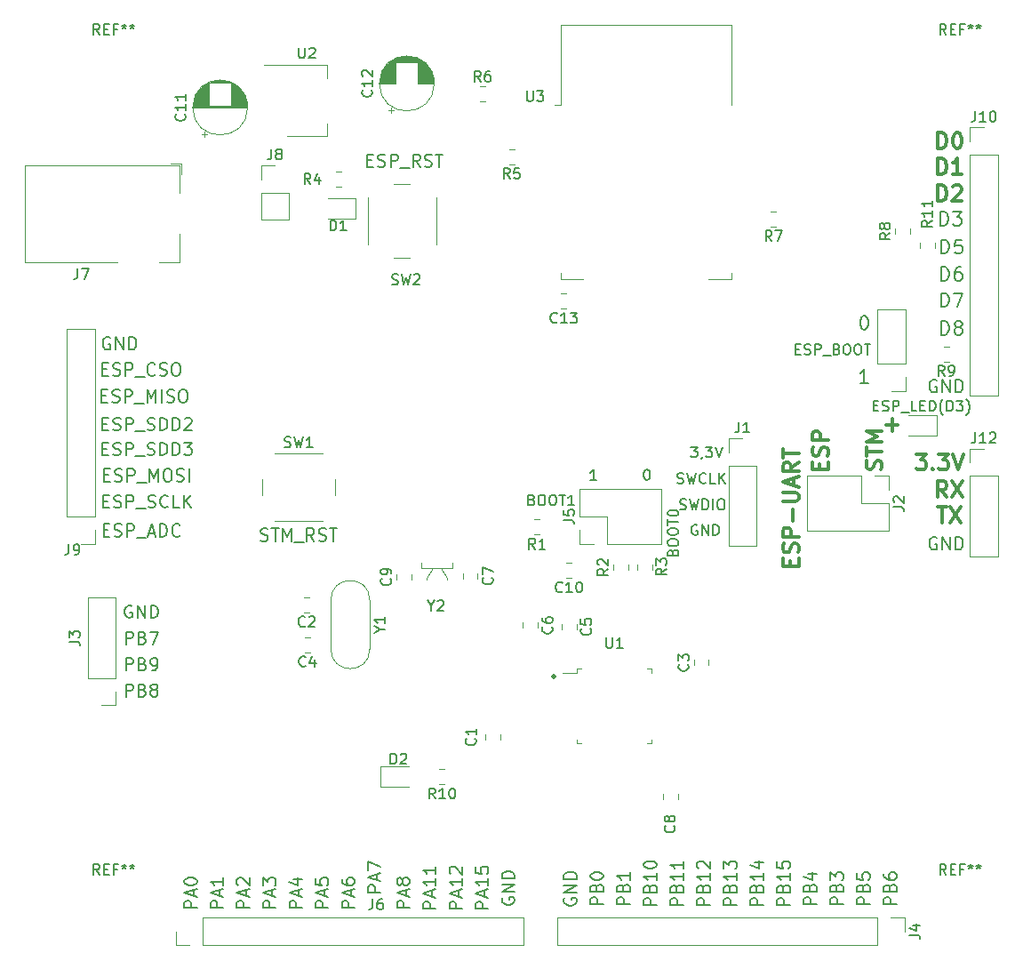
<source format=gbr>
G04 #@! TF.GenerationSoftware,KiCad,Pcbnew,(5.1.6)-1*
G04 #@! TF.CreationDate,2020-10-12T10:23:52+03:00*
G04 #@! TF.ProjectId,STM32_ESP8266_devboard,53544d33-325f-4455-9350-383236365f64,rev?*
G04 #@! TF.SameCoordinates,Original*
G04 #@! TF.FileFunction,Legend,Top*
G04 #@! TF.FilePolarity,Positive*
%FSLAX46Y46*%
G04 Gerber Fmt 4.6, Leading zero omitted, Abs format (unit mm)*
G04 Created by KiCad (PCBNEW (5.1.6)-1) date 2020-10-12 10:23:52*
%MOMM*%
%LPD*%
G01*
G04 APERTURE LIST*
%ADD10C,0.200000*%
%ADD11C,0.300000*%
%ADD12C,0.150000*%
%ADD13C,0.120000*%
G04 APERTURE END LIST*
D10*
X199678857Y-133057714D02*
X198478857Y-133057714D01*
X198478857Y-132600571D01*
X198536000Y-132486285D01*
X198593142Y-132429142D01*
X198707428Y-132372000D01*
X198878857Y-132372000D01*
X198993142Y-132429142D01*
X199050285Y-132486285D01*
X199107428Y-132600571D01*
X199107428Y-133057714D01*
X199050285Y-131457714D02*
X199107428Y-131286285D01*
X199164571Y-131229142D01*
X199278857Y-131172000D01*
X199450285Y-131172000D01*
X199564571Y-131229142D01*
X199621714Y-131286285D01*
X199678857Y-131400571D01*
X199678857Y-131857714D01*
X198478857Y-131857714D01*
X198478857Y-131457714D01*
X198536000Y-131343428D01*
X198593142Y-131286285D01*
X198707428Y-131229142D01*
X198821714Y-131229142D01*
X198936000Y-131286285D01*
X198993142Y-131343428D01*
X199050285Y-131457714D01*
X199050285Y-131857714D01*
X198478857Y-130143428D02*
X198478857Y-130372000D01*
X198536000Y-130486285D01*
X198593142Y-130543428D01*
X198764571Y-130657714D01*
X198993142Y-130714857D01*
X199450285Y-130714857D01*
X199564571Y-130657714D01*
X199621714Y-130600571D01*
X199678857Y-130486285D01*
X199678857Y-130257714D01*
X199621714Y-130143428D01*
X199564571Y-130086285D01*
X199450285Y-130029142D01*
X199164571Y-130029142D01*
X199050285Y-130086285D01*
X198993142Y-130143428D01*
X198936000Y-130257714D01*
X198936000Y-130486285D01*
X198993142Y-130600571D01*
X199050285Y-130657714D01*
X199164571Y-130714857D01*
X197138857Y-133057714D02*
X195938857Y-133057714D01*
X195938857Y-132600571D01*
X195996000Y-132486285D01*
X196053142Y-132429142D01*
X196167428Y-132372000D01*
X196338857Y-132372000D01*
X196453142Y-132429142D01*
X196510285Y-132486285D01*
X196567428Y-132600571D01*
X196567428Y-133057714D01*
X196510285Y-131457714D02*
X196567428Y-131286285D01*
X196624571Y-131229142D01*
X196738857Y-131172000D01*
X196910285Y-131172000D01*
X197024571Y-131229142D01*
X197081714Y-131286285D01*
X197138857Y-131400571D01*
X197138857Y-131857714D01*
X195938857Y-131857714D01*
X195938857Y-131457714D01*
X195996000Y-131343428D01*
X196053142Y-131286285D01*
X196167428Y-131229142D01*
X196281714Y-131229142D01*
X196396000Y-131286285D01*
X196453142Y-131343428D01*
X196510285Y-131457714D01*
X196510285Y-131857714D01*
X195938857Y-130086285D02*
X195938857Y-130657714D01*
X196510285Y-130714857D01*
X196453142Y-130657714D01*
X196396000Y-130543428D01*
X196396000Y-130257714D01*
X196453142Y-130143428D01*
X196510285Y-130086285D01*
X196624571Y-130029142D01*
X196910285Y-130029142D01*
X197024571Y-130086285D01*
X197081714Y-130143428D01*
X197138857Y-130257714D01*
X197138857Y-130543428D01*
X197081714Y-130657714D01*
X197024571Y-130714857D01*
X194598857Y-133057714D02*
X193398857Y-133057714D01*
X193398857Y-132600571D01*
X193456000Y-132486285D01*
X193513142Y-132429142D01*
X193627428Y-132372000D01*
X193798857Y-132372000D01*
X193913142Y-132429142D01*
X193970285Y-132486285D01*
X194027428Y-132600571D01*
X194027428Y-133057714D01*
X193970285Y-131457714D02*
X194027428Y-131286285D01*
X194084571Y-131229142D01*
X194198857Y-131172000D01*
X194370285Y-131172000D01*
X194484571Y-131229142D01*
X194541714Y-131286285D01*
X194598857Y-131400571D01*
X194598857Y-131857714D01*
X193398857Y-131857714D01*
X193398857Y-131457714D01*
X193456000Y-131343428D01*
X193513142Y-131286285D01*
X193627428Y-131229142D01*
X193741714Y-131229142D01*
X193856000Y-131286285D01*
X193913142Y-131343428D01*
X193970285Y-131457714D01*
X193970285Y-131857714D01*
X193398857Y-130772000D02*
X193398857Y-130029142D01*
X193856000Y-130429142D01*
X193856000Y-130257714D01*
X193913142Y-130143428D01*
X193970285Y-130086285D01*
X194084571Y-130029142D01*
X194370285Y-130029142D01*
X194484571Y-130086285D01*
X194541714Y-130143428D01*
X194598857Y-130257714D01*
X194598857Y-130600571D01*
X194541714Y-130714857D01*
X194484571Y-130772000D01*
X192058857Y-133057714D02*
X190858857Y-133057714D01*
X190858857Y-132600571D01*
X190916000Y-132486285D01*
X190973142Y-132429142D01*
X191087428Y-132372000D01*
X191258857Y-132372000D01*
X191373142Y-132429142D01*
X191430285Y-132486285D01*
X191487428Y-132600571D01*
X191487428Y-133057714D01*
X191430285Y-131457714D02*
X191487428Y-131286285D01*
X191544571Y-131229142D01*
X191658857Y-131172000D01*
X191830285Y-131172000D01*
X191944571Y-131229142D01*
X192001714Y-131286285D01*
X192058857Y-131400571D01*
X192058857Y-131857714D01*
X190858857Y-131857714D01*
X190858857Y-131457714D01*
X190916000Y-131343428D01*
X190973142Y-131286285D01*
X191087428Y-131229142D01*
X191201714Y-131229142D01*
X191316000Y-131286285D01*
X191373142Y-131343428D01*
X191430285Y-131457714D01*
X191430285Y-131857714D01*
X191258857Y-130143428D02*
X192058857Y-130143428D01*
X190801714Y-130429142D02*
X191658857Y-130714857D01*
X191658857Y-129972000D01*
X189518857Y-133121142D02*
X188318857Y-133121142D01*
X188318857Y-132664000D01*
X188376000Y-132549714D01*
X188433142Y-132492571D01*
X188547428Y-132435428D01*
X188718857Y-132435428D01*
X188833142Y-132492571D01*
X188890285Y-132549714D01*
X188947428Y-132664000D01*
X188947428Y-133121142D01*
X188890285Y-131521142D02*
X188947428Y-131349714D01*
X189004571Y-131292571D01*
X189118857Y-131235428D01*
X189290285Y-131235428D01*
X189404571Y-131292571D01*
X189461714Y-131349714D01*
X189518857Y-131464000D01*
X189518857Y-131921142D01*
X188318857Y-131921142D01*
X188318857Y-131521142D01*
X188376000Y-131406857D01*
X188433142Y-131349714D01*
X188547428Y-131292571D01*
X188661714Y-131292571D01*
X188776000Y-131349714D01*
X188833142Y-131406857D01*
X188890285Y-131521142D01*
X188890285Y-131921142D01*
X189518857Y-130092571D02*
X189518857Y-130778285D01*
X189518857Y-130435428D02*
X188318857Y-130435428D01*
X188490285Y-130549714D01*
X188604571Y-130664000D01*
X188661714Y-130778285D01*
X188318857Y-129006857D02*
X188318857Y-129578285D01*
X188890285Y-129635428D01*
X188833142Y-129578285D01*
X188776000Y-129464000D01*
X188776000Y-129178285D01*
X188833142Y-129064000D01*
X188890285Y-129006857D01*
X189004571Y-128949714D01*
X189290285Y-128949714D01*
X189404571Y-129006857D01*
X189461714Y-129064000D01*
X189518857Y-129178285D01*
X189518857Y-129464000D01*
X189461714Y-129578285D01*
X189404571Y-129635428D01*
X186978857Y-133121142D02*
X185778857Y-133121142D01*
X185778857Y-132664000D01*
X185836000Y-132549714D01*
X185893142Y-132492571D01*
X186007428Y-132435428D01*
X186178857Y-132435428D01*
X186293142Y-132492571D01*
X186350285Y-132549714D01*
X186407428Y-132664000D01*
X186407428Y-133121142D01*
X186350285Y-131521142D02*
X186407428Y-131349714D01*
X186464571Y-131292571D01*
X186578857Y-131235428D01*
X186750285Y-131235428D01*
X186864571Y-131292571D01*
X186921714Y-131349714D01*
X186978857Y-131464000D01*
X186978857Y-131921142D01*
X185778857Y-131921142D01*
X185778857Y-131521142D01*
X185836000Y-131406857D01*
X185893142Y-131349714D01*
X186007428Y-131292571D01*
X186121714Y-131292571D01*
X186236000Y-131349714D01*
X186293142Y-131406857D01*
X186350285Y-131521142D01*
X186350285Y-131921142D01*
X186978857Y-130092571D02*
X186978857Y-130778285D01*
X186978857Y-130435428D02*
X185778857Y-130435428D01*
X185950285Y-130549714D01*
X186064571Y-130664000D01*
X186121714Y-130778285D01*
X186178857Y-129064000D02*
X186978857Y-129064000D01*
X185721714Y-129349714D02*
X186578857Y-129635428D01*
X186578857Y-128892571D01*
X184438857Y-133121142D02*
X183238857Y-133121142D01*
X183238857Y-132664000D01*
X183296000Y-132549714D01*
X183353142Y-132492571D01*
X183467428Y-132435428D01*
X183638857Y-132435428D01*
X183753142Y-132492571D01*
X183810285Y-132549714D01*
X183867428Y-132664000D01*
X183867428Y-133121142D01*
X183810285Y-131521142D02*
X183867428Y-131349714D01*
X183924571Y-131292571D01*
X184038857Y-131235428D01*
X184210285Y-131235428D01*
X184324571Y-131292571D01*
X184381714Y-131349714D01*
X184438857Y-131464000D01*
X184438857Y-131921142D01*
X183238857Y-131921142D01*
X183238857Y-131521142D01*
X183296000Y-131406857D01*
X183353142Y-131349714D01*
X183467428Y-131292571D01*
X183581714Y-131292571D01*
X183696000Y-131349714D01*
X183753142Y-131406857D01*
X183810285Y-131521142D01*
X183810285Y-131921142D01*
X184438857Y-130092571D02*
X184438857Y-130778285D01*
X184438857Y-130435428D02*
X183238857Y-130435428D01*
X183410285Y-130549714D01*
X183524571Y-130664000D01*
X183581714Y-130778285D01*
X183238857Y-129692571D02*
X183238857Y-128949714D01*
X183696000Y-129349714D01*
X183696000Y-129178285D01*
X183753142Y-129064000D01*
X183810285Y-129006857D01*
X183924571Y-128949714D01*
X184210285Y-128949714D01*
X184324571Y-129006857D01*
X184381714Y-129064000D01*
X184438857Y-129178285D01*
X184438857Y-129521142D01*
X184381714Y-129635428D01*
X184324571Y-129692571D01*
X181898857Y-133121142D02*
X180698857Y-133121142D01*
X180698857Y-132664000D01*
X180756000Y-132549714D01*
X180813142Y-132492571D01*
X180927428Y-132435428D01*
X181098857Y-132435428D01*
X181213142Y-132492571D01*
X181270285Y-132549714D01*
X181327428Y-132664000D01*
X181327428Y-133121142D01*
X181270285Y-131521142D02*
X181327428Y-131349714D01*
X181384571Y-131292571D01*
X181498857Y-131235428D01*
X181670285Y-131235428D01*
X181784571Y-131292571D01*
X181841714Y-131349714D01*
X181898857Y-131464000D01*
X181898857Y-131921142D01*
X180698857Y-131921142D01*
X180698857Y-131521142D01*
X180756000Y-131406857D01*
X180813142Y-131349714D01*
X180927428Y-131292571D01*
X181041714Y-131292571D01*
X181156000Y-131349714D01*
X181213142Y-131406857D01*
X181270285Y-131521142D01*
X181270285Y-131921142D01*
X181898857Y-130092571D02*
X181898857Y-130778285D01*
X181898857Y-130435428D02*
X180698857Y-130435428D01*
X180870285Y-130549714D01*
X180984571Y-130664000D01*
X181041714Y-130778285D01*
X180813142Y-129635428D02*
X180756000Y-129578285D01*
X180698857Y-129464000D01*
X180698857Y-129178285D01*
X180756000Y-129064000D01*
X180813142Y-129006857D01*
X180927428Y-128949714D01*
X181041714Y-128949714D01*
X181213142Y-129006857D01*
X181898857Y-129692571D01*
X181898857Y-128949714D01*
X179358857Y-133121142D02*
X178158857Y-133121142D01*
X178158857Y-132664000D01*
X178216000Y-132549714D01*
X178273142Y-132492571D01*
X178387428Y-132435428D01*
X178558857Y-132435428D01*
X178673142Y-132492571D01*
X178730285Y-132549714D01*
X178787428Y-132664000D01*
X178787428Y-133121142D01*
X178730285Y-131521142D02*
X178787428Y-131349714D01*
X178844571Y-131292571D01*
X178958857Y-131235428D01*
X179130285Y-131235428D01*
X179244571Y-131292571D01*
X179301714Y-131349714D01*
X179358857Y-131464000D01*
X179358857Y-131921142D01*
X178158857Y-131921142D01*
X178158857Y-131521142D01*
X178216000Y-131406857D01*
X178273142Y-131349714D01*
X178387428Y-131292571D01*
X178501714Y-131292571D01*
X178616000Y-131349714D01*
X178673142Y-131406857D01*
X178730285Y-131521142D01*
X178730285Y-131921142D01*
X179358857Y-130092571D02*
X179358857Y-130778285D01*
X179358857Y-130435428D02*
X178158857Y-130435428D01*
X178330285Y-130549714D01*
X178444571Y-130664000D01*
X178501714Y-130778285D01*
X179358857Y-128949714D02*
X179358857Y-129635428D01*
X179358857Y-129292571D02*
X178158857Y-129292571D01*
X178330285Y-129406857D01*
X178444571Y-129521142D01*
X178501714Y-129635428D01*
X176818857Y-133121142D02*
X175618857Y-133121142D01*
X175618857Y-132664000D01*
X175676000Y-132549714D01*
X175733142Y-132492571D01*
X175847428Y-132435428D01*
X176018857Y-132435428D01*
X176133142Y-132492571D01*
X176190285Y-132549714D01*
X176247428Y-132664000D01*
X176247428Y-133121142D01*
X176190285Y-131521142D02*
X176247428Y-131349714D01*
X176304571Y-131292571D01*
X176418857Y-131235428D01*
X176590285Y-131235428D01*
X176704571Y-131292571D01*
X176761714Y-131349714D01*
X176818857Y-131464000D01*
X176818857Y-131921142D01*
X175618857Y-131921142D01*
X175618857Y-131521142D01*
X175676000Y-131406857D01*
X175733142Y-131349714D01*
X175847428Y-131292571D01*
X175961714Y-131292571D01*
X176076000Y-131349714D01*
X176133142Y-131406857D01*
X176190285Y-131521142D01*
X176190285Y-131921142D01*
X176818857Y-130092571D02*
X176818857Y-130778285D01*
X176818857Y-130435428D02*
X175618857Y-130435428D01*
X175790285Y-130549714D01*
X175904571Y-130664000D01*
X175961714Y-130778285D01*
X175618857Y-129349714D02*
X175618857Y-129235428D01*
X175676000Y-129121142D01*
X175733142Y-129064000D01*
X175847428Y-129006857D01*
X176076000Y-128949714D01*
X176361714Y-128949714D01*
X176590285Y-129006857D01*
X176704571Y-129064000D01*
X176761714Y-129121142D01*
X176818857Y-129235428D01*
X176818857Y-129349714D01*
X176761714Y-129464000D01*
X176704571Y-129521142D01*
X176590285Y-129578285D01*
X176361714Y-129635428D01*
X176076000Y-129635428D01*
X175847428Y-129578285D01*
X175733142Y-129521142D01*
X175676000Y-129464000D01*
X175618857Y-129349714D01*
X174278857Y-133057714D02*
X173078857Y-133057714D01*
X173078857Y-132600571D01*
X173136000Y-132486285D01*
X173193142Y-132429142D01*
X173307428Y-132372000D01*
X173478857Y-132372000D01*
X173593142Y-132429142D01*
X173650285Y-132486285D01*
X173707428Y-132600571D01*
X173707428Y-133057714D01*
X173650285Y-131457714D02*
X173707428Y-131286285D01*
X173764571Y-131229142D01*
X173878857Y-131172000D01*
X174050285Y-131172000D01*
X174164571Y-131229142D01*
X174221714Y-131286285D01*
X174278857Y-131400571D01*
X174278857Y-131857714D01*
X173078857Y-131857714D01*
X173078857Y-131457714D01*
X173136000Y-131343428D01*
X173193142Y-131286285D01*
X173307428Y-131229142D01*
X173421714Y-131229142D01*
X173536000Y-131286285D01*
X173593142Y-131343428D01*
X173650285Y-131457714D01*
X173650285Y-131857714D01*
X174278857Y-130029142D02*
X174278857Y-130714857D01*
X174278857Y-130372000D02*
X173078857Y-130372000D01*
X173250285Y-130486285D01*
X173364571Y-130600571D01*
X173421714Y-130714857D01*
X171738857Y-133057714D02*
X170538857Y-133057714D01*
X170538857Y-132600571D01*
X170596000Y-132486285D01*
X170653142Y-132429142D01*
X170767428Y-132372000D01*
X170938857Y-132372000D01*
X171053142Y-132429142D01*
X171110285Y-132486285D01*
X171167428Y-132600571D01*
X171167428Y-133057714D01*
X171110285Y-131457714D02*
X171167428Y-131286285D01*
X171224571Y-131229142D01*
X171338857Y-131172000D01*
X171510285Y-131172000D01*
X171624571Y-131229142D01*
X171681714Y-131286285D01*
X171738857Y-131400571D01*
X171738857Y-131857714D01*
X170538857Y-131857714D01*
X170538857Y-131457714D01*
X170596000Y-131343428D01*
X170653142Y-131286285D01*
X170767428Y-131229142D01*
X170881714Y-131229142D01*
X170996000Y-131286285D01*
X171053142Y-131343428D01*
X171110285Y-131457714D01*
X171110285Y-131857714D01*
X170538857Y-130429142D02*
X170538857Y-130314857D01*
X170596000Y-130200571D01*
X170653142Y-130143428D01*
X170767428Y-130086285D01*
X170996000Y-130029142D01*
X171281714Y-130029142D01*
X171510285Y-130086285D01*
X171624571Y-130143428D01*
X171681714Y-130200571D01*
X171738857Y-130314857D01*
X171738857Y-130429142D01*
X171681714Y-130543428D01*
X171624571Y-130600571D01*
X171510285Y-130657714D01*
X171281714Y-130714857D01*
X170996000Y-130714857D01*
X170767428Y-130657714D01*
X170653142Y-130600571D01*
X170596000Y-130543428D01*
X170538857Y-130429142D01*
X168056000Y-132486285D02*
X167998857Y-132600571D01*
X167998857Y-132772000D01*
X168056000Y-132943428D01*
X168170285Y-133057714D01*
X168284571Y-133114857D01*
X168513142Y-133172000D01*
X168684571Y-133172000D01*
X168913142Y-133114857D01*
X169027428Y-133057714D01*
X169141714Y-132943428D01*
X169198857Y-132772000D01*
X169198857Y-132657714D01*
X169141714Y-132486285D01*
X169084571Y-132429142D01*
X168684571Y-132429142D01*
X168684571Y-132657714D01*
X169198857Y-131914857D02*
X167998857Y-131914857D01*
X169198857Y-131229142D01*
X167998857Y-131229142D01*
X169198857Y-130657714D02*
X167998857Y-130657714D01*
X167998857Y-130372000D01*
X168056000Y-130200571D01*
X168170285Y-130086285D01*
X168284571Y-130029142D01*
X168513142Y-129972000D01*
X168684571Y-129972000D01*
X168913142Y-130029142D01*
X169027428Y-130086285D01*
X169141714Y-130200571D01*
X169198857Y-130372000D01*
X169198857Y-130657714D01*
D11*
X167000000Y-111285714D02*
X167071428Y-111357142D01*
X167000000Y-111428571D01*
X166928571Y-111357142D01*
X167000000Y-111285714D01*
X167000000Y-111428571D01*
D10*
X162150000Y-132414285D02*
X162092857Y-132528571D01*
X162092857Y-132700000D01*
X162150000Y-132871428D01*
X162264285Y-132985714D01*
X162378571Y-133042857D01*
X162607142Y-133100000D01*
X162778571Y-133100000D01*
X163007142Y-133042857D01*
X163121428Y-132985714D01*
X163235714Y-132871428D01*
X163292857Y-132700000D01*
X163292857Y-132585714D01*
X163235714Y-132414285D01*
X163178571Y-132357142D01*
X162778571Y-132357142D01*
X162778571Y-132585714D01*
X163292857Y-131842857D02*
X162092857Y-131842857D01*
X163292857Y-131157142D01*
X162092857Y-131157142D01*
X163292857Y-130585714D02*
X162092857Y-130585714D01*
X162092857Y-130300000D01*
X162150000Y-130128571D01*
X162264285Y-130014285D01*
X162378571Y-129957142D01*
X162607142Y-129900000D01*
X162778571Y-129900000D01*
X163007142Y-129957142D01*
X163121428Y-130014285D01*
X163235714Y-130128571D01*
X163292857Y-130300000D01*
X163292857Y-130585714D01*
X160792857Y-133471428D02*
X159592857Y-133471428D01*
X159592857Y-133014285D01*
X159650000Y-132900000D01*
X159707142Y-132842857D01*
X159821428Y-132785714D01*
X159992857Y-132785714D01*
X160107142Y-132842857D01*
X160164285Y-132900000D01*
X160221428Y-133014285D01*
X160221428Y-133471428D01*
X160450000Y-132328571D02*
X160450000Y-131757142D01*
X160792857Y-132442857D02*
X159592857Y-132042857D01*
X160792857Y-131642857D01*
X160792857Y-130614285D02*
X160792857Y-131300000D01*
X160792857Y-130957142D02*
X159592857Y-130957142D01*
X159764285Y-131071428D01*
X159878571Y-131185714D01*
X159935714Y-131300000D01*
X159592857Y-129528571D02*
X159592857Y-130100000D01*
X160164285Y-130157142D01*
X160107142Y-130100000D01*
X160050000Y-129985714D01*
X160050000Y-129700000D01*
X160107142Y-129585714D01*
X160164285Y-129528571D01*
X160278571Y-129471428D01*
X160564285Y-129471428D01*
X160678571Y-129528571D01*
X160735714Y-129585714D01*
X160792857Y-129700000D01*
X160792857Y-129985714D01*
X160735714Y-130100000D01*
X160678571Y-130157142D01*
X158292857Y-133471428D02*
X157092857Y-133471428D01*
X157092857Y-133014285D01*
X157150000Y-132900000D01*
X157207142Y-132842857D01*
X157321428Y-132785714D01*
X157492857Y-132785714D01*
X157607142Y-132842857D01*
X157664285Y-132900000D01*
X157721428Y-133014285D01*
X157721428Y-133471428D01*
X157950000Y-132328571D02*
X157950000Y-131757142D01*
X158292857Y-132442857D02*
X157092857Y-132042857D01*
X158292857Y-131642857D01*
X158292857Y-130614285D02*
X158292857Y-131300000D01*
X158292857Y-130957142D02*
X157092857Y-130957142D01*
X157264285Y-131071428D01*
X157378571Y-131185714D01*
X157435714Y-131300000D01*
X157207142Y-130157142D02*
X157150000Y-130100000D01*
X157092857Y-129985714D01*
X157092857Y-129700000D01*
X157150000Y-129585714D01*
X157207142Y-129528571D01*
X157321428Y-129471428D01*
X157435714Y-129471428D01*
X157607142Y-129528571D01*
X158292857Y-130214285D01*
X158292857Y-129471428D01*
X155792857Y-133471428D02*
X154592857Y-133471428D01*
X154592857Y-133014285D01*
X154650000Y-132900000D01*
X154707142Y-132842857D01*
X154821428Y-132785714D01*
X154992857Y-132785714D01*
X155107142Y-132842857D01*
X155164285Y-132900000D01*
X155221428Y-133014285D01*
X155221428Y-133471428D01*
X155450000Y-132328571D02*
X155450000Y-131757142D01*
X155792857Y-132442857D02*
X154592857Y-132042857D01*
X155792857Y-131642857D01*
X155792857Y-130614285D02*
X155792857Y-131300000D01*
X155792857Y-130957142D02*
X154592857Y-130957142D01*
X154764285Y-131071428D01*
X154878571Y-131185714D01*
X154935714Y-131300000D01*
X155792857Y-129471428D02*
X155792857Y-130157142D01*
X155792857Y-129814285D02*
X154592857Y-129814285D01*
X154764285Y-129928571D01*
X154878571Y-130042857D01*
X154935714Y-130157142D01*
X153292857Y-133400000D02*
X152092857Y-133400000D01*
X152092857Y-132942857D01*
X152150000Y-132828571D01*
X152207142Y-132771428D01*
X152321428Y-132714285D01*
X152492857Y-132714285D01*
X152607142Y-132771428D01*
X152664285Y-132828571D01*
X152721428Y-132942857D01*
X152721428Y-133400000D01*
X152950000Y-132257142D02*
X152950000Y-131685714D01*
X153292857Y-132371428D02*
X152092857Y-131971428D01*
X153292857Y-131571428D01*
X152607142Y-131000000D02*
X152550000Y-131114285D01*
X152492857Y-131171428D01*
X152378571Y-131228571D01*
X152321428Y-131228571D01*
X152207142Y-131171428D01*
X152150000Y-131114285D01*
X152092857Y-131000000D01*
X152092857Y-130771428D01*
X152150000Y-130657142D01*
X152207142Y-130600000D01*
X152321428Y-130542857D01*
X152378571Y-130542857D01*
X152492857Y-130600000D01*
X152550000Y-130657142D01*
X152607142Y-130771428D01*
X152607142Y-131000000D01*
X152664285Y-131114285D01*
X152721428Y-131171428D01*
X152835714Y-131228571D01*
X153064285Y-131228571D01*
X153178571Y-131171428D01*
X153235714Y-131114285D01*
X153292857Y-131000000D01*
X153292857Y-130771428D01*
X153235714Y-130657142D01*
X153178571Y-130600000D01*
X153064285Y-130542857D01*
X152835714Y-130542857D01*
X152721428Y-130600000D01*
X152664285Y-130657142D01*
X152607142Y-130771428D01*
X150542857Y-131900000D02*
X149342857Y-131900000D01*
X149342857Y-131442857D01*
X149400000Y-131328571D01*
X149457142Y-131271428D01*
X149571428Y-131214285D01*
X149742857Y-131214285D01*
X149857142Y-131271428D01*
X149914285Y-131328571D01*
X149971428Y-131442857D01*
X149971428Y-131900000D01*
X150200000Y-130757142D02*
X150200000Y-130185714D01*
X150542857Y-130871428D02*
X149342857Y-130471428D01*
X150542857Y-130071428D01*
X149342857Y-129785714D02*
X149342857Y-128985714D01*
X150542857Y-129500000D01*
X148042857Y-133400000D02*
X146842857Y-133400000D01*
X146842857Y-132942857D01*
X146900000Y-132828571D01*
X146957142Y-132771428D01*
X147071428Y-132714285D01*
X147242857Y-132714285D01*
X147357142Y-132771428D01*
X147414285Y-132828571D01*
X147471428Y-132942857D01*
X147471428Y-133400000D01*
X147700000Y-132257142D02*
X147700000Y-131685714D01*
X148042857Y-132371428D02*
X146842857Y-131971428D01*
X148042857Y-131571428D01*
X146842857Y-130657142D02*
X146842857Y-130885714D01*
X146900000Y-131000000D01*
X146957142Y-131057142D01*
X147128571Y-131171428D01*
X147357142Y-131228571D01*
X147814285Y-131228571D01*
X147928571Y-131171428D01*
X147985714Y-131114285D01*
X148042857Y-131000000D01*
X148042857Y-130771428D01*
X147985714Y-130657142D01*
X147928571Y-130600000D01*
X147814285Y-130542857D01*
X147528571Y-130542857D01*
X147414285Y-130600000D01*
X147357142Y-130657142D01*
X147300000Y-130771428D01*
X147300000Y-131000000D01*
X147357142Y-131114285D01*
X147414285Y-131171428D01*
X147528571Y-131228571D01*
X145542857Y-133400000D02*
X144342857Y-133400000D01*
X144342857Y-132942857D01*
X144400000Y-132828571D01*
X144457142Y-132771428D01*
X144571428Y-132714285D01*
X144742857Y-132714285D01*
X144857142Y-132771428D01*
X144914285Y-132828571D01*
X144971428Y-132942857D01*
X144971428Y-133400000D01*
X145200000Y-132257142D02*
X145200000Y-131685714D01*
X145542857Y-132371428D02*
X144342857Y-131971428D01*
X145542857Y-131571428D01*
X144342857Y-130600000D02*
X144342857Y-131171428D01*
X144914285Y-131228571D01*
X144857142Y-131171428D01*
X144800000Y-131057142D01*
X144800000Y-130771428D01*
X144857142Y-130657142D01*
X144914285Y-130600000D01*
X145028571Y-130542857D01*
X145314285Y-130542857D01*
X145428571Y-130600000D01*
X145485714Y-130657142D01*
X145542857Y-130771428D01*
X145542857Y-131057142D01*
X145485714Y-131171428D01*
X145428571Y-131228571D01*
X143042857Y-133400000D02*
X141842857Y-133400000D01*
X141842857Y-132942857D01*
X141900000Y-132828571D01*
X141957142Y-132771428D01*
X142071428Y-132714285D01*
X142242857Y-132714285D01*
X142357142Y-132771428D01*
X142414285Y-132828571D01*
X142471428Y-132942857D01*
X142471428Y-133400000D01*
X142700000Y-132257142D02*
X142700000Y-131685714D01*
X143042857Y-132371428D02*
X141842857Y-131971428D01*
X143042857Y-131571428D01*
X142242857Y-130657142D02*
X143042857Y-130657142D01*
X141785714Y-130942857D02*
X142642857Y-131228571D01*
X142642857Y-130485714D01*
X140542857Y-133400000D02*
X139342857Y-133400000D01*
X139342857Y-132942857D01*
X139400000Y-132828571D01*
X139457142Y-132771428D01*
X139571428Y-132714285D01*
X139742857Y-132714285D01*
X139857142Y-132771428D01*
X139914285Y-132828571D01*
X139971428Y-132942857D01*
X139971428Y-133400000D01*
X140200000Y-132257142D02*
X140200000Y-131685714D01*
X140542857Y-132371428D02*
X139342857Y-131971428D01*
X140542857Y-131571428D01*
X139342857Y-131285714D02*
X139342857Y-130542857D01*
X139800000Y-130942857D01*
X139800000Y-130771428D01*
X139857142Y-130657142D01*
X139914285Y-130600000D01*
X140028571Y-130542857D01*
X140314285Y-130542857D01*
X140428571Y-130600000D01*
X140485714Y-130657142D01*
X140542857Y-130771428D01*
X140542857Y-131114285D01*
X140485714Y-131228571D01*
X140428571Y-131285714D01*
X138042857Y-133400000D02*
X136842857Y-133400000D01*
X136842857Y-132942857D01*
X136900000Y-132828571D01*
X136957142Y-132771428D01*
X137071428Y-132714285D01*
X137242857Y-132714285D01*
X137357142Y-132771428D01*
X137414285Y-132828571D01*
X137471428Y-132942857D01*
X137471428Y-133400000D01*
X137700000Y-132257142D02*
X137700000Y-131685714D01*
X138042857Y-132371428D02*
X136842857Y-131971428D01*
X138042857Y-131571428D01*
X136957142Y-131228571D02*
X136900000Y-131171428D01*
X136842857Y-131057142D01*
X136842857Y-130771428D01*
X136900000Y-130657142D01*
X136957142Y-130600000D01*
X137071428Y-130542857D01*
X137185714Y-130542857D01*
X137357142Y-130600000D01*
X138042857Y-131285714D01*
X138042857Y-130542857D01*
X135542857Y-133400000D02*
X134342857Y-133400000D01*
X134342857Y-132942857D01*
X134400000Y-132828571D01*
X134457142Y-132771428D01*
X134571428Y-132714285D01*
X134742857Y-132714285D01*
X134857142Y-132771428D01*
X134914285Y-132828571D01*
X134971428Y-132942857D01*
X134971428Y-133400000D01*
X135200000Y-132257142D02*
X135200000Y-131685714D01*
X135542857Y-132371428D02*
X134342857Y-131971428D01*
X135542857Y-131571428D01*
X135542857Y-130542857D02*
X135542857Y-131228571D01*
X135542857Y-130885714D02*
X134342857Y-130885714D01*
X134514285Y-131000000D01*
X134628571Y-131114285D01*
X134685714Y-131228571D01*
X133042857Y-133400000D02*
X131842857Y-133400000D01*
X131842857Y-132942857D01*
X131900000Y-132828571D01*
X131957142Y-132771428D01*
X132071428Y-132714285D01*
X132242857Y-132714285D01*
X132357142Y-132771428D01*
X132414285Y-132828571D01*
X132471428Y-132942857D01*
X132471428Y-133400000D01*
X132700000Y-132257142D02*
X132700000Y-131685714D01*
X133042857Y-132371428D02*
X131842857Y-131971428D01*
X133042857Y-131571428D01*
X131842857Y-130942857D02*
X131842857Y-130828571D01*
X131900000Y-130714285D01*
X131957142Y-130657142D01*
X132071428Y-130600000D01*
X132300000Y-130542857D01*
X132585714Y-130542857D01*
X132814285Y-130600000D01*
X132928571Y-130657142D01*
X132985714Y-130714285D01*
X133042857Y-130828571D01*
X133042857Y-130942857D01*
X132985714Y-131057142D01*
X132928571Y-131114285D01*
X132814285Y-131171428D01*
X132585714Y-131228571D01*
X132300000Y-131228571D01*
X132071428Y-131171428D01*
X131957142Y-131114285D01*
X131900000Y-131057142D01*
X131842857Y-130942857D01*
X126264285Y-113292857D02*
X126264285Y-112092857D01*
X126721428Y-112092857D01*
X126835714Y-112150000D01*
X126892857Y-112207142D01*
X126950000Y-112321428D01*
X126950000Y-112492857D01*
X126892857Y-112607142D01*
X126835714Y-112664285D01*
X126721428Y-112721428D01*
X126264285Y-112721428D01*
X127864285Y-112664285D02*
X128035714Y-112721428D01*
X128092857Y-112778571D01*
X128150000Y-112892857D01*
X128150000Y-113064285D01*
X128092857Y-113178571D01*
X128035714Y-113235714D01*
X127921428Y-113292857D01*
X127464285Y-113292857D01*
X127464285Y-112092857D01*
X127864285Y-112092857D01*
X127978571Y-112150000D01*
X128035714Y-112207142D01*
X128092857Y-112321428D01*
X128092857Y-112435714D01*
X128035714Y-112550000D01*
X127978571Y-112607142D01*
X127864285Y-112664285D01*
X127464285Y-112664285D01*
X128835714Y-112607142D02*
X128721428Y-112550000D01*
X128664285Y-112492857D01*
X128607142Y-112378571D01*
X128607142Y-112321428D01*
X128664285Y-112207142D01*
X128721428Y-112150000D01*
X128835714Y-112092857D01*
X129064285Y-112092857D01*
X129178571Y-112150000D01*
X129235714Y-112207142D01*
X129292857Y-112321428D01*
X129292857Y-112378571D01*
X129235714Y-112492857D01*
X129178571Y-112550000D01*
X129064285Y-112607142D01*
X128835714Y-112607142D01*
X128721428Y-112664285D01*
X128664285Y-112721428D01*
X128607142Y-112835714D01*
X128607142Y-113064285D01*
X128664285Y-113178571D01*
X128721428Y-113235714D01*
X128835714Y-113292857D01*
X129064285Y-113292857D01*
X129178571Y-113235714D01*
X129235714Y-113178571D01*
X129292857Y-113064285D01*
X129292857Y-112835714D01*
X129235714Y-112721428D01*
X129178571Y-112664285D01*
X129064285Y-112607142D01*
X126264285Y-110792857D02*
X126264285Y-109592857D01*
X126721428Y-109592857D01*
X126835714Y-109650000D01*
X126892857Y-109707142D01*
X126950000Y-109821428D01*
X126950000Y-109992857D01*
X126892857Y-110107142D01*
X126835714Y-110164285D01*
X126721428Y-110221428D01*
X126264285Y-110221428D01*
X127864285Y-110164285D02*
X128035714Y-110221428D01*
X128092857Y-110278571D01*
X128150000Y-110392857D01*
X128150000Y-110564285D01*
X128092857Y-110678571D01*
X128035714Y-110735714D01*
X127921428Y-110792857D01*
X127464285Y-110792857D01*
X127464285Y-109592857D01*
X127864285Y-109592857D01*
X127978571Y-109650000D01*
X128035714Y-109707142D01*
X128092857Y-109821428D01*
X128092857Y-109935714D01*
X128035714Y-110050000D01*
X127978571Y-110107142D01*
X127864285Y-110164285D01*
X127464285Y-110164285D01*
X128721428Y-110792857D02*
X128950000Y-110792857D01*
X129064285Y-110735714D01*
X129121428Y-110678571D01*
X129235714Y-110507142D01*
X129292857Y-110278571D01*
X129292857Y-109821428D01*
X129235714Y-109707142D01*
X129178571Y-109650000D01*
X129064285Y-109592857D01*
X128835714Y-109592857D01*
X128721428Y-109650000D01*
X128664285Y-109707142D01*
X128607142Y-109821428D01*
X128607142Y-110107142D01*
X128664285Y-110221428D01*
X128721428Y-110278571D01*
X128835714Y-110335714D01*
X129064285Y-110335714D01*
X129178571Y-110278571D01*
X129235714Y-110221428D01*
X129292857Y-110107142D01*
X126264285Y-108292857D02*
X126264285Y-107092857D01*
X126721428Y-107092857D01*
X126835714Y-107150000D01*
X126892857Y-107207142D01*
X126950000Y-107321428D01*
X126950000Y-107492857D01*
X126892857Y-107607142D01*
X126835714Y-107664285D01*
X126721428Y-107721428D01*
X126264285Y-107721428D01*
X127864285Y-107664285D02*
X128035714Y-107721428D01*
X128092857Y-107778571D01*
X128150000Y-107892857D01*
X128150000Y-108064285D01*
X128092857Y-108178571D01*
X128035714Y-108235714D01*
X127921428Y-108292857D01*
X127464285Y-108292857D01*
X127464285Y-107092857D01*
X127864285Y-107092857D01*
X127978571Y-107150000D01*
X128035714Y-107207142D01*
X128092857Y-107321428D01*
X128092857Y-107435714D01*
X128035714Y-107550000D01*
X127978571Y-107607142D01*
X127864285Y-107664285D01*
X127464285Y-107664285D01*
X128550000Y-107092857D02*
X129350000Y-107092857D01*
X128835714Y-108292857D01*
X126835714Y-104650000D02*
X126721428Y-104592857D01*
X126550000Y-104592857D01*
X126378571Y-104650000D01*
X126264285Y-104764285D01*
X126207142Y-104878571D01*
X126150000Y-105107142D01*
X126150000Y-105278571D01*
X126207142Y-105507142D01*
X126264285Y-105621428D01*
X126378571Y-105735714D01*
X126550000Y-105792857D01*
X126664285Y-105792857D01*
X126835714Y-105735714D01*
X126892857Y-105678571D01*
X126892857Y-105278571D01*
X126664285Y-105278571D01*
X127407142Y-105792857D02*
X127407142Y-104592857D01*
X128092857Y-105792857D01*
X128092857Y-104592857D01*
X128664285Y-105792857D02*
X128664285Y-104592857D01*
X128950000Y-104592857D01*
X129121428Y-104650000D01*
X129235714Y-104764285D01*
X129292857Y-104878571D01*
X129350000Y-105107142D01*
X129350000Y-105278571D01*
X129292857Y-105507142D01*
X129235714Y-105621428D01*
X129121428Y-105735714D01*
X128950000Y-105792857D01*
X128664285Y-105792857D01*
X124150000Y-97414285D02*
X124550000Y-97414285D01*
X124721428Y-98042857D02*
X124150000Y-98042857D01*
X124150000Y-96842857D01*
X124721428Y-96842857D01*
X125178571Y-97985714D02*
X125350000Y-98042857D01*
X125635714Y-98042857D01*
X125750000Y-97985714D01*
X125807142Y-97928571D01*
X125864285Y-97814285D01*
X125864285Y-97700000D01*
X125807142Y-97585714D01*
X125750000Y-97528571D01*
X125635714Y-97471428D01*
X125407142Y-97414285D01*
X125292857Y-97357142D01*
X125235714Y-97300000D01*
X125178571Y-97185714D01*
X125178571Y-97071428D01*
X125235714Y-96957142D01*
X125292857Y-96900000D01*
X125407142Y-96842857D01*
X125692857Y-96842857D01*
X125864285Y-96900000D01*
X126378571Y-98042857D02*
X126378571Y-96842857D01*
X126835714Y-96842857D01*
X126950000Y-96900000D01*
X127007142Y-96957142D01*
X127064285Y-97071428D01*
X127064285Y-97242857D01*
X127007142Y-97357142D01*
X126950000Y-97414285D01*
X126835714Y-97471428D01*
X126378571Y-97471428D01*
X127292857Y-98157142D02*
X128207142Y-98157142D01*
X128435714Y-97700000D02*
X129007142Y-97700000D01*
X128321428Y-98042857D02*
X128721428Y-96842857D01*
X129121428Y-98042857D01*
X129521428Y-98042857D02*
X129521428Y-96842857D01*
X129807142Y-96842857D01*
X129978571Y-96900000D01*
X130092857Y-97014285D01*
X130150000Y-97128571D01*
X130207142Y-97357142D01*
X130207142Y-97528571D01*
X130150000Y-97757142D01*
X130092857Y-97871428D01*
X129978571Y-97985714D01*
X129807142Y-98042857D01*
X129521428Y-98042857D01*
X131407142Y-97928571D02*
X131350000Y-97985714D01*
X131178571Y-98042857D01*
X131064285Y-98042857D01*
X130892857Y-97985714D01*
X130778571Y-97871428D01*
X130721428Y-97757142D01*
X130664285Y-97528571D01*
X130664285Y-97357142D01*
X130721428Y-97128571D01*
X130778571Y-97014285D01*
X130892857Y-96900000D01*
X131064285Y-96842857D01*
X131178571Y-96842857D01*
X131350000Y-96900000D01*
X131407142Y-96957142D01*
X124107142Y-94664285D02*
X124507142Y-94664285D01*
X124678571Y-95292857D02*
X124107142Y-95292857D01*
X124107142Y-94092857D01*
X124678571Y-94092857D01*
X125135714Y-95235714D02*
X125307142Y-95292857D01*
X125592857Y-95292857D01*
X125707142Y-95235714D01*
X125764285Y-95178571D01*
X125821428Y-95064285D01*
X125821428Y-94950000D01*
X125764285Y-94835714D01*
X125707142Y-94778571D01*
X125592857Y-94721428D01*
X125364285Y-94664285D01*
X125250000Y-94607142D01*
X125192857Y-94550000D01*
X125135714Y-94435714D01*
X125135714Y-94321428D01*
X125192857Y-94207142D01*
X125250000Y-94150000D01*
X125364285Y-94092857D01*
X125650000Y-94092857D01*
X125821428Y-94150000D01*
X126335714Y-95292857D02*
X126335714Y-94092857D01*
X126792857Y-94092857D01*
X126907142Y-94150000D01*
X126964285Y-94207142D01*
X127021428Y-94321428D01*
X127021428Y-94492857D01*
X126964285Y-94607142D01*
X126907142Y-94664285D01*
X126792857Y-94721428D01*
X126335714Y-94721428D01*
X127250000Y-95407142D02*
X128164285Y-95407142D01*
X128392857Y-95235714D02*
X128564285Y-95292857D01*
X128850000Y-95292857D01*
X128964285Y-95235714D01*
X129021428Y-95178571D01*
X129078571Y-95064285D01*
X129078571Y-94950000D01*
X129021428Y-94835714D01*
X128964285Y-94778571D01*
X128850000Y-94721428D01*
X128621428Y-94664285D01*
X128507142Y-94607142D01*
X128450000Y-94550000D01*
X128392857Y-94435714D01*
X128392857Y-94321428D01*
X128450000Y-94207142D01*
X128507142Y-94150000D01*
X128621428Y-94092857D01*
X128907142Y-94092857D01*
X129078571Y-94150000D01*
X130278571Y-95178571D02*
X130221428Y-95235714D01*
X130050000Y-95292857D01*
X129935714Y-95292857D01*
X129764285Y-95235714D01*
X129650000Y-95121428D01*
X129592857Y-95007142D01*
X129535714Y-94778571D01*
X129535714Y-94607142D01*
X129592857Y-94378571D01*
X129650000Y-94264285D01*
X129764285Y-94150000D01*
X129935714Y-94092857D01*
X130050000Y-94092857D01*
X130221428Y-94150000D01*
X130278571Y-94207142D01*
X131364285Y-95292857D02*
X130792857Y-95292857D01*
X130792857Y-94092857D01*
X131764285Y-95292857D02*
X131764285Y-94092857D01*
X132450000Y-95292857D02*
X131935714Y-94607142D01*
X132450000Y-94092857D02*
X131764285Y-94778571D01*
X124192857Y-92164285D02*
X124592857Y-92164285D01*
X124764285Y-92792857D02*
X124192857Y-92792857D01*
X124192857Y-91592857D01*
X124764285Y-91592857D01*
X125221428Y-92735714D02*
X125392857Y-92792857D01*
X125678571Y-92792857D01*
X125792857Y-92735714D01*
X125850000Y-92678571D01*
X125907142Y-92564285D01*
X125907142Y-92450000D01*
X125850000Y-92335714D01*
X125792857Y-92278571D01*
X125678571Y-92221428D01*
X125450000Y-92164285D01*
X125335714Y-92107142D01*
X125278571Y-92050000D01*
X125221428Y-91935714D01*
X125221428Y-91821428D01*
X125278571Y-91707142D01*
X125335714Y-91650000D01*
X125450000Y-91592857D01*
X125735714Y-91592857D01*
X125907142Y-91650000D01*
X126421428Y-92792857D02*
X126421428Y-91592857D01*
X126878571Y-91592857D01*
X126992857Y-91650000D01*
X127050000Y-91707142D01*
X127107142Y-91821428D01*
X127107142Y-91992857D01*
X127050000Y-92107142D01*
X126992857Y-92164285D01*
X126878571Y-92221428D01*
X126421428Y-92221428D01*
X127335714Y-92907142D02*
X128250000Y-92907142D01*
X128535714Y-92792857D02*
X128535714Y-91592857D01*
X128935714Y-92450000D01*
X129335714Y-91592857D01*
X129335714Y-92792857D01*
X130135714Y-91592857D02*
X130364285Y-91592857D01*
X130478571Y-91650000D01*
X130592857Y-91764285D01*
X130650000Y-91992857D01*
X130650000Y-92392857D01*
X130592857Y-92621428D01*
X130478571Y-92735714D01*
X130364285Y-92792857D01*
X130135714Y-92792857D01*
X130021428Y-92735714D01*
X129907142Y-92621428D01*
X129850000Y-92392857D01*
X129850000Y-91992857D01*
X129907142Y-91764285D01*
X130021428Y-91650000D01*
X130135714Y-91592857D01*
X131107142Y-92735714D02*
X131278571Y-92792857D01*
X131564285Y-92792857D01*
X131678571Y-92735714D01*
X131735714Y-92678571D01*
X131792857Y-92564285D01*
X131792857Y-92450000D01*
X131735714Y-92335714D01*
X131678571Y-92278571D01*
X131564285Y-92221428D01*
X131335714Y-92164285D01*
X131221428Y-92107142D01*
X131164285Y-92050000D01*
X131107142Y-91935714D01*
X131107142Y-91821428D01*
X131164285Y-91707142D01*
X131221428Y-91650000D01*
X131335714Y-91592857D01*
X131621428Y-91592857D01*
X131792857Y-91650000D01*
X132307142Y-92792857D02*
X132307142Y-91592857D01*
X124041428Y-89664285D02*
X124441428Y-89664285D01*
X124612857Y-90292857D02*
X124041428Y-90292857D01*
X124041428Y-89092857D01*
X124612857Y-89092857D01*
X125070000Y-90235714D02*
X125241428Y-90292857D01*
X125527142Y-90292857D01*
X125641428Y-90235714D01*
X125698571Y-90178571D01*
X125755714Y-90064285D01*
X125755714Y-89950000D01*
X125698571Y-89835714D01*
X125641428Y-89778571D01*
X125527142Y-89721428D01*
X125298571Y-89664285D01*
X125184285Y-89607142D01*
X125127142Y-89550000D01*
X125070000Y-89435714D01*
X125070000Y-89321428D01*
X125127142Y-89207142D01*
X125184285Y-89150000D01*
X125298571Y-89092857D01*
X125584285Y-89092857D01*
X125755714Y-89150000D01*
X126270000Y-90292857D02*
X126270000Y-89092857D01*
X126727142Y-89092857D01*
X126841428Y-89150000D01*
X126898571Y-89207142D01*
X126955714Y-89321428D01*
X126955714Y-89492857D01*
X126898571Y-89607142D01*
X126841428Y-89664285D01*
X126727142Y-89721428D01*
X126270000Y-89721428D01*
X127184285Y-90407142D02*
X128098571Y-90407142D01*
X128327142Y-90235714D02*
X128498571Y-90292857D01*
X128784285Y-90292857D01*
X128898571Y-90235714D01*
X128955714Y-90178571D01*
X129012857Y-90064285D01*
X129012857Y-89950000D01*
X128955714Y-89835714D01*
X128898571Y-89778571D01*
X128784285Y-89721428D01*
X128555714Y-89664285D01*
X128441428Y-89607142D01*
X128384285Y-89550000D01*
X128327142Y-89435714D01*
X128327142Y-89321428D01*
X128384285Y-89207142D01*
X128441428Y-89150000D01*
X128555714Y-89092857D01*
X128841428Y-89092857D01*
X129012857Y-89150000D01*
X129527142Y-90292857D02*
X129527142Y-89092857D01*
X129812857Y-89092857D01*
X129984285Y-89150000D01*
X130098571Y-89264285D01*
X130155714Y-89378571D01*
X130212857Y-89607142D01*
X130212857Y-89778571D01*
X130155714Y-90007142D01*
X130098571Y-90121428D01*
X129984285Y-90235714D01*
X129812857Y-90292857D01*
X129527142Y-90292857D01*
X130727142Y-90292857D02*
X130727142Y-89092857D01*
X131012857Y-89092857D01*
X131184285Y-89150000D01*
X131298571Y-89264285D01*
X131355714Y-89378571D01*
X131412857Y-89607142D01*
X131412857Y-89778571D01*
X131355714Y-90007142D01*
X131298571Y-90121428D01*
X131184285Y-90235714D01*
X131012857Y-90292857D01*
X130727142Y-90292857D01*
X131812857Y-89092857D02*
X132555714Y-89092857D01*
X132155714Y-89550000D01*
X132327142Y-89550000D01*
X132441428Y-89607142D01*
X132498571Y-89664285D01*
X132555714Y-89778571D01*
X132555714Y-90064285D01*
X132498571Y-90178571D01*
X132441428Y-90235714D01*
X132327142Y-90292857D01*
X131984285Y-90292857D01*
X131870000Y-90235714D01*
X131812857Y-90178571D01*
X124041428Y-87290285D02*
X124441428Y-87290285D01*
X124612857Y-87918857D02*
X124041428Y-87918857D01*
X124041428Y-86718857D01*
X124612857Y-86718857D01*
X125070000Y-87861714D02*
X125241428Y-87918857D01*
X125527142Y-87918857D01*
X125641428Y-87861714D01*
X125698571Y-87804571D01*
X125755714Y-87690285D01*
X125755714Y-87576000D01*
X125698571Y-87461714D01*
X125641428Y-87404571D01*
X125527142Y-87347428D01*
X125298571Y-87290285D01*
X125184285Y-87233142D01*
X125127142Y-87176000D01*
X125070000Y-87061714D01*
X125070000Y-86947428D01*
X125127142Y-86833142D01*
X125184285Y-86776000D01*
X125298571Y-86718857D01*
X125584285Y-86718857D01*
X125755714Y-86776000D01*
X126270000Y-87918857D02*
X126270000Y-86718857D01*
X126727142Y-86718857D01*
X126841428Y-86776000D01*
X126898571Y-86833142D01*
X126955714Y-86947428D01*
X126955714Y-87118857D01*
X126898571Y-87233142D01*
X126841428Y-87290285D01*
X126727142Y-87347428D01*
X126270000Y-87347428D01*
X127184285Y-88033142D02*
X128098571Y-88033142D01*
X128327142Y-87861714D02*
X128498571Y-87918857D01*
X128784285Y-87918857D01*
X128898571Y-87861714D01*
X128955714Y-87804571D01*
X129012857Y-87690285D01*
X129012857Y-87576000D01*
X128955714Y-87461714D01*
X128898571Y-87404571D01*
X128784285Y-87347428D01*
X128555714Y-87290285D01*
X128441428Y-87233142D01*
X128384285Y-87176000D01*
X128327142Y-87061714D01*
X128327142Y-86947428D01*
X128384285Y-86833142D01*
X128441428Y-86776000D01*
X128555714Y-86718857D01*
X128841428Y-86718857D01*
X129012857Y-86776000D01*
X129527142Y-87918857D02*
X129527142Y-86718857D01*
X129812857Y-86718857D01*
X129984285Y-86776000D01*
X130098571Y-86890285D01*
X130155714Y-87004571D01*
X130212857Y-87233142D01*
X130212857Y-87404571D01*
X130155714Y-87633142D01*
X130098571Y-87747428D01*
X129984285Y-87861714D01*
X129812857Y-87918857D01*
X129527142Y-87918857D01*
X130727142Y-87918857D02*
X130727142Y-86718857D01*
X131012857Y-86718857D01*
X131184285Y-86776000D01*
X131298571Y-86890285D01*
X131355714Y-87004571D01*
X131412857Y-87233142D01*
X131412857Y-87404571D01*
X131355714Y-87633142D01*
X131298571Y-87747428D01*
X131184285Y-87861714D01*
X131012857Y-87918857D01*
X130727142Y-87918857D01*
X131870000Y-86833142D02*
X131927142Y-86776000D01*
X132041428Y-86718857D01*
X132327142Y-86718857D01*
X132441428Y-86776000D01*
X132498571Y-86833142D01*
X132555714Y-86947428D01*
X132555714Y-87061714D01*
X132498571Y-87233142D01*
X131812857Y-87918857D01*
X132555714Y-87918857D01*
X123958857Y-84623285D02*
X124358857Y-84623285D01*
X124530285Y-85251857D02*
X123958857Y-85251857D01*
X123958857Y-84051857D01*
X124530285Y-84051857D01*
X124987428Y-85194714D02*
X125158857Y-85251857D01*
X125444571Y-85251857D01*
X125558857Y-85194714D01*
X125616000Y-85137571D01*
X125673142Y-85023285D01*
X125673142Y-84909000D01*
X125616000Y-84794714D01*
X125558857Y-84737571D01*
X125444571Y-84680428D01*
X125216000Y-84623285D01*
X125101714Y-84566142D01*
X125044571Y-84509000D01*
X124987428Y-84394714D01*
X124987428Y-84280428D01*
X125044571Y-84166142D01*
X125101714Y-84109000D01*
X125216000Y-84051857D01*
X125501714Y-84051857D01*
X125673142Y-84109000D01*
X126187428Y-85251857D02*
X126187428Y-84051857D01*
X126644571Y-84051857D01*
X126758857Y-84109000D01*
X126816000Y-84166142D01*
X126873142Y-84280428D01*
X126873142Y-84451857D01*
X126816000Y-84566142D01*
X126758857Y-84623285D01*
X126644571Y-84680428D01*
X126187428Y-84680428D01*
X127101714Y-85366142D02*
X128016000Y-85366142D01*
X128301714Y-85251857D02*
X128301714Y-84051857D01*
X128701714Y-84909000D01*
X129101714Y-84051857D01*
X129101714Y-85251857D01*
X129673142Y-85251857D02*
X129673142Y-84051857D01*
X130187428Y-85194714D02*
X130358857Y-85251857D01*
X130644571Y-85251857D01*
X130758857Y-85194714D01*
X130816000Y-85137571D01*
X130873142Y-85023285D01*
X130873142Y-84909000D01*
X130816000Y-84794714D01*
X130758857Y-84737571D01*
X130644571Y-84680428D01*
X130416000Y-84623285D01*
X130301714Y-84566142D01*
X130244571Y-84509000D01*
X130187428Y-84394714D01*
X130187428Y-84280428D01*
X130244571Y-84166142D01*
X130301714Y-84109000D01*
X130416000Y-84051857D01*
X130701714Y-84051857D01*
X130873142Y-84109000D01*
X131616000Y-84051857D02*
X131844571Y-84051857D01*
X131958857Y-84109000D01*
X132073142Y-84223285D01*
X132130285Y-84451857D01*
X132130285Y-84851857D01*
X132073142Y-85080428D01*
X131958857Y-85194714D01*
X131844571Y-85251857D01*
X131616000Y-85251857D01*
X131501714Y-85194714D01*
X131387428Y-85080428D01*
X131330285Y-84851857D01*
X131330285Y-84451857D01*
X131387428Y-84223285D01*
X131501714Y-84109000D01*
X131616000Y-84051857D01*
X124012785Y-82083285D02*
X124412785Y-82083285D01*
X124584214Y-82711857D02*
X124012785Y-82711857D01*
X124012785Y-81511857D01*
X124584214Y-81511857D01*
X125041357Y-82654714D02*
X125212785Y-82711857D01*
X125498500Y-82711857D01*
X125612785Y-82654714D01*
X125669928Y-82597571D01*
X125727071Y-82483285D01*
X125727071Y-82369000D01*
X125669928Y-82254714D01*
X125612785Y-82197571D01*
X125498500Y-82140428D01*
X125269928Y-82083285D01*
X125155642Y-82026142D01*
X125098500Y-81969000D01*
X125041357Y-81854714D01*
X125041357Y-81740428D01*
X125098500Y-81626142D01*
X125155642Y-81569000D01*
X125269928Y-81511857D01*
X125555642Y-81511857D01*
X125727071Y-81569000D01*
X126241357Y-82711857D02*
X126241357Y-81511857D01*
X126698500Y-81511857D01*
X126812785Y-81569000D01*
X126869928Y-81626142D01*
X126927071Y-81740428D01*
X126927071Y-81911857D01*
X126869928Y-82026142D01*
X126812785Y-82083285D01*
X126698500Y-82140428D01*
X126241357Y-82140428D01*
X127155642Y-82826142D02*
X128069928Y-82826142D01*
X129041357Y-82597571D02*
X128984214Y-82654714D01*
X128812785Y-82711857D01*
X128698500Y-82711857D01*
X128527071Y-82654714D01*
X128412785Y-82540428D01*
X128355642Y-82426142D01*
X128298500Y-82197571D01*
X128298500Y-82026142D01*
X128355642Y-81797571D01*
X128412785Y-81683285D01*
X128527071Y-81569000D01*
X128698500Y-81511857D01*
X128812785Y-81511857D01*
X128984214Y-81569000D01*
X129041357Y-81626142D01*
X129498500Y-82654714D02*
X129669928Y-82711857D01*
X129955642Y-82711857D01*
X130069928Y-82654714D01*
X130127071Y-82597571D01*
X130184214Y-82483285D01*
X130184214Y-82369000D01*
X130127071Y-82254714D01*
X130069928Y-82197571D01*
X129955642Y-82140428D01*
X129727071Y-82083285D01*
X129612785Y-82026142D01*
X129555642Y-81969000D01*
X129498500Y-81854714D01*
X129498500Y-81740428D01*
X129555642Y-81626142D01*
X129612785Y-81569000D01*
X129727071Y-81511857D01*
X130012785Y-81511857D01*
X130184214Y-81569000D01*
X130927071Y-81511857D02*
X131155642Y-81511857D01*
X131269928Y-81569000D01*
X131384214Y-81683285D01*
X131441357Y-81911857D01*
X131441357Y-82311857D01*
X131384214Y-82540428D01*
X131269928Y-82654714D01*
X131155642Y-82711857D01*
X130927071Y-82711857D01*
X130812785Y-82654714D01*
X130698500Y-82540428D01*
X130641357Y-82311857D01*
X130641357Y-81911857D01*
X130698500Y-81683285D01*
X130812785Y-81569000D01*
X130927071Y-81511857D01*
X124752214Y-79092500D02*
X124637928Y-79035357D01*
X124466500Y-79035357D01*
X124295071Y-79092500D01*
X124180785Y-79206785D01*
X124123642Y-79321071D01*
X124066500Y-79549642D01*
X124066500Y-79721071D01*
X124123642Y-79949642D01*
X124180785Y-80063928D01*
X124295071Y-80178214D01*
X124466500Y-80235357D01*
X124580785Y-80235357D01*
X124752214Y-80178214D01*
X124809357Y-80121071D01*
X124809357Y-79721071D01*
X124580785Y-79721071D01*
X125323642Y-80235357D02*
X125323642Y-79035357D01*
X126009357Y-80235357D01*
X126009357Y-79035357D01*
X126580785Y-80235357D02*
X126580785Y-79035357D01*
X126866500Y-79035357D01*
X127037928Y-79092500D01*
X127152214Y-79206785D01*
X127209357Y-79321071D01*
X127266500Y-79549642D01*
X127266500Y-79721071D01*
X127209357Y-79949642D01*
X127152214Y-80063928D01*
X127037928Y-80178214D01*
X126866500Y-80235357D01*
X126580785Y-80235357D01*
X139113071Y-98402714D02*
X139284500Y-98459857D01*
X139570214Y-98459857D01*
X139684500Y-98402714D01*
X139741642Y-98345571D01*
X139798785Y-98231285D01*
X139798785Y-98117000D01*
X139741642Y-98002714D01*
X139684500Y-97945571D01*
X139570214Y-97888428D01*
X139341642Y-97831285D01*
X139227357Y-97774142D01*
X139170214Y-97717000D01*
X139113071Y-97602714D01*
X139113071Y-97488428D01*
X139170214Y-97374142D01*
X139227357Y-97317000D01*
X139341642Y-97259857D01*
X139627357Y-97259857D01*
X139798785Y-97317000D01*
X140141642Y-97259857D02*
X140827357Y-97259857D01*
X140484500Y-98459857D02*
X140484500Y-97259857D01*
X141227357Y-98459857D02*
X141227357Y-97259857D01*
X141627357Y-98117000D01*
X142027357Y-97259857D01*
X142027357Y-98459857D01*
X142313071Y-98574142D02*
X143227357Y-98574142D01*
X144198785Y-98459857D02*
X143798785Y-97888428D01*
X143513071Y-98459857D02*
X143513071Y-97259857D01*
X143970214Y-97259857D01*
X144084500Y-97317000D01*
X144141642Y-97374142D01*
X144198785Y-97488428D01*
X144198785Y-97659857D01*
X144141642Y-97774142D01*
X144084500Y-97831285D01*
X143970214Y-97888428D01*
X143513071Y-97888428D01*
X144655928Y-98402714D02*
X144827357Y-98459857D01*
X145113071Y-98459857D01*
X145227357Y-98402714D01*
X145284500Y-98345571D01*
X145341642Y-98231285D01*
X145341642Y-98117000D01*
X145284500Y-98002714D01*
X145227357Y-97945571D01*
X145113071Y-97888428D01*
X144884500Y-97831285D01*
X144770214Y-97774142D01*
X144713071Y-97717000D01*
X144655928Y-97602714D01*
X144655928Y-97488428D01*
X144713071Y-97374142D01*
X144770214Y-97317000D01*
X144884500Y-97259857D01*
X145170214Y-97259857D01*
X145341642Y-97317000D01*
X145684500Y-97259857D02*
X146370214Y-97259857D01*
X146027357Y-98459857D02*
X146027357Y-97259857D01*
X149266714Y-62207785D02*
X149666714Y-62207785D01*
X149838142Y-62836357D02*
X149266714Y-62836357D01*
X149266714Y-61636357D01*
X149838142Y-61636357D01*
X150295285Y-62779214D02*
X150466714Y-62836357D01*
X150752428Y-62836357D01*
X150866714Y-62779214D01*
X150923857Y-62722071D01*
X150981000Y-62607785D01*
X150981000Y-62493500D01*
X150923857Y-62379214D01*
X150866714Y-62322071D01*
X150752428Y-62264928D01*
X150523857Y-62207785D01*
X150409571Y-62150642D01*
X150352428Y-62093500D01*
X150295285Y-61979214D01*
X150295285Y-61864928D01*
X150352428Y-61750642D01*
X150409571Y-61693500D01*
X150523857Y-61636357D01*
X150809571Y-61636357D01*
X150981000Y-61693500D01*
X151495285Y-62836357D02*
X151495285Y-61636357D01*
X151952428Y-61636357D01*
X152066714Y-61693500D01*
X152123857Y-61750642D01*
X152181000Y-61864928D01*
X152181000Y-62036357D01*
X152123857Y-62150642D01*
X152066714Y-62207785D01*
X151952428Y-62264928D01*
X151495285Y-62264928D01*
X152409571Y-62950642D02*
X153323857Y-62950642D01*
X154295285Y-62836357D02*
X153895285Y-62264928D01*
X153609571Y-62836357D02*
X153609571Y-61636357D01*
X154066714Y-61636357D01*
X154181000Y-61693500D01*
X154238142Y-61750642D01*
X154295285Y-61864928D01*
X154295285Y-62036357D01*
X154238142Y-62150642D01*
X154181000Y-62207785D01*
X154066714Y-62264928D01*
X153609571Y-62264928D01*
X154752428Y-62779214D02*
X154923857Y-62836357D01*
X155209571Y-62836357D01*
X155323857Y-62779214D01*
X155381000Y-62722071D01*
X155438142Y-62607785D01*
X155438142Y-62493500D01*
X155381000Y-62379214D01*
X155323857Y-62322071D01*
X155209571Y-62264928D01*
X154981000Y-62207785D01*
X154866714Y-62150642D01*
X154809571Y-62093500D01*
X154752428Y-61979214D01*
X154752428Y-61864928D01*
X154809571Y-61750642D01*
X154866714Y-61693500D01*
X154981000Y-61636357D01*
X155266714Y-61636357D01*
X155438142Y-61693500D01*
X155781000Y-61636357D02*
X156466714Y-61636357D01*
X156123857Y-62836357D02*
X156123857Y-61636357D01*
X203492214Y-98142500D02*
X203377928Y-98085357D01*
X203206500Y-98085357D01*
X203035071Y-98142500D01*
X202920785Y-98256785D01*
X202863642Y-98371071D01*
X202806500Y-98599642D01*
X202806500Y-98771071D01*
X202863642Y-98999642D01*
X202920785Y-99113928D01*
X203035071Y-99228214D01*
X203206500Y-99285357D01*
X203320785Y-99285357D01*
X203492214Y-99228214D01*
X203549357Y-99171071D01*
X203549357Y-98771071D01*
X203320785Y-98771071D01*
X204063642Y-99285357D02*
X204063642Y-98085357D01*
X204749357Y-99285357D01*
X204749357Y-98085357D01*
X205320785Y-99285357D02*
X205320785Y-98085357D01*
X205606500Y-98085357D01*
X205777928Y-98142500D01*
X205892214Y-98256785D01*
X205949357Y-98371071D01*
X206006500Y-98599642D01*
X206006500Y-98771071D01*
X205949357Y-98999642D01*
X205892214Y-99113928D01*
X205777928Y-99228214D01*
X205606500Y-99285357D01*
X205320785Y-99285357D01*
X203492214Y-83156500D02*
X203377928Y-83099357D01*
X203206500Y-83099357D01*
X203035071Y-83156500D01*
X202920785Y-83270785D01*
X202863642Y-83385071D01*
X202806500Y-83613642D01*
X202806500Y-83785071D01*
X202863642Y-84013642D01*
X202920785Y-84127928D01*
X203035071Y-84242214D01*
X203206500Y-84299357D01*
X203320785Y-84299357D01*
X203492214Y-84242214D01*
X203549357Y-84185071D01*
X203549357Y-83785071D01*
X203320785Y-83785071D01*
X204063642Y-84299357D02*
X204063642Y-83099357D01*
X204749357Y-84299357D01*
X204749357Y-83099357D01*
X205320785Y-84299357D02*
X205320785Y-83099357D01*
X205606500Y-83099357D01*
X205777928Y-83156500D01*
X205892214Y-83270785D01*
X205949357Y-83385071D01*
X206006500Y-83613642D01*
X206006500Y-83785071D01*
X205949357Y-84013642D01*
X205892214Y-84127928D01*
X205777928Y-84242214D01*
X205606500Y-84299357D01*
X205320785Y-84299357D01*
D11*
X201557214Y-90174071D02*
X202485785Y-90174071D01*
X201985785Y-90745500D01*
X202200071Y-90745500D01*
X202342928Y-90816928D01*
X202414357Y-90888357D01*
X202485785Y-91031214D01*
X202485785Y-91388357D01*
X202414357Y-91531214D01*
X202342928Y-91602642D01*
X202200071Y-91674071D01*
X201771500Y-91674071D01*
X201628642Y-91602642D01*
X201557214Y-91531214D01*
X203128642Y-91531214D02*
X203200071Y-91602642D01*
X203128642Y-91674071D01*
X203057214Y-91602642D01*
X203128642Y-91531214D01*
X203128642Y-91674071D01*
X203700071Y-90174071D02*
X204628642Y-90174071D01*
X204128642Y-90745500D01*
X204342928Y-90745500D01*
X204485785Y-90816928D01*
X204557214Y-90888357D01*
X204628642Y-91031214D01*
X204628642Y-91388357D01*
X204557214Y-91531214D01*
X204485785Y-91602642D01*
X204342928Y-91674071D01*
X203914357Y-91674071D01*
X203771500Y-91602642D01*
X203700071Y-91531214D01*
X205057214Y-90174071D02*
X205557214Y-91674071D01*
X206057214Y-90174071D01*
X203581142Y-95190571D02*
X204438285Y-95190571D01*
X204009714Y-96690571D02*
X204009714Y-95190571D01*
X204795428Y-95190571D02*
X205795428Y-96690571D01*
X205795428Y-95190571D02*
X204795428Y-96690571D01*
X204474000Y-94277571D02*
X203974000Y-93563285D01*
X203616857Y-94277571D02*
X203616857Y-92777571D01*
X204188285Y-92777571D01*
X204331142Y-92849000D01*
X204402571Y-92920428D01*
X204474000Y-93063285D01*
X204474000Y-93277571D01*
X204402571Y-93420428D01*
X204331142Y-93491857D01*
X204188285Y-93563285D01*
X203616857Y-93563285D01*
X204974000Y-92777571D02*
X205974000Y-94277571D01*
X205974000Y-92777571D02*
X204974000Y-94277571D01*
X198219142Y-91646142D02*
X198290571Y-91431857D01*
X198290571Y-91074714D01*
X198219142Y-90931857D01*
X198147714Y-90860428D01*
X198004857Y-90789000D01*
X197862000Y-90789000D01*
X197719142Y-90860428D01*
X197647714Y-90931857D01*
X197576285Y-91074714D01*
X197504857Y-91360428D01*
X197433428Y-91503285D01*
X197362000Y-91574714D01*
X197219142Y-91646142D01*
X197076285Y-91646142D01*
X196933428Y-91574714D01*
X196862000Y-91503285D01*
X196790571Y-91360428D01*
X196790571Y-91003285D01*
X196862000Y-90789000D01*
X196790571Y-90360428D02*
X196790571Y-89503285D01*
X198290571Y-89931857D02*
X196790571Y-89931857D01*
X198290571Y-89003285D02*
X196790571Y-89003285D01*
X197862000Y-88503285D01*
X196790571Y-88003285D01*
X198290571Y-88003285D01*
X192361357Y-91638214D02*
X192361357Y-91138214D01*
X193147071Y-90923928D02*
X193147071Y-91638214D01*
X191647071Y-91638214D01*
X191647071Y-90923928D01*
X193075642Y-90352500D02*
X193147071Y-90138214D01*
X193147071Y-89781071D01*
X193075642Y-89638214D01*
X193004214Y-89566785D01*
X192861357Y-89495357D01*
X192718500Y-89495357D01*
X192575642Y-89566785D01*
X192504214Y-89638214D01*
X192432785Y-89781071D01*
X192361357Y-90066785D01*
X192289928Y-90209642D01*
X192218500Y-90281071D01*
X192075642Y-90352500D01*
X191932785Y-90352500D01*
X191789928Y-90281071D01*
X191718500Y-90209642D01*
X191647071Y-90066785D01*
X191647071Y-89709642D01*
X191718500Y-89495357D01*
X193147071Y-88852500D02*
X191647071Y-88852500D01*
X191647071Y-88281071D01*
X191718500Y-88138214D01*
X191789928Y-88066785D01*
X191932785Y-87995357D01*
X192147071Y-87995357D01*
X192289928Y-88066785D01*
X192361357Y-88138214D01*
X192432785Y-88281071D01*
X192432785Y-88852500D01*
X189567357Y-100841285D02*
X189567357Y-100341285D01*
X190353071Y-100127000D02*
X190353071Y-100841285D01*
X188853071Y-100841285D01*
X188853071Y-100127000D01*
X190281642Y-99555571D02*
X190353071Y-99341285D01*
X190353071Y-98984142D01*
X190281642Y-98841285D01*
X190210214Y-98769857D01*
X190067357Y-98698428D01*
X189924500Y-98698428D01*
X189781642Y-98769857D01*
X189710214Y-98841285D01*
X189638785Y-98984142D01*
X189567357Y-99269857D01*
X189495928Y-99412714D01*
X189424500Y-99484142D01*
X189281642Y-99555571D01*
X189138785Y-99555571D01*
X188995928Y-99484142D01*
X188924500Y-99412714D01*
X188853071Y-99269857D01*
X188853071Y-98912714D01*
X188924500Y-98698428D01*
X190353071Y-98055571D02*
X188853071Y-98055571D01*
X188853071Y-97484142D01*
X188924500Y-97341285D01*
X188995928Y-97269857D01*
X189138785Y-97198428D01*
X189353071Y-97198428D01*
X189495928Y-97269857D01*
X189567357Y-97341285D01*
X189638785Y-97484142D01*
X189638785Y-98055571D01*
X189781642Y-96555571D02*
X189781642Y-95412714D01*
X188853071Y-94698428D02*
X190067357Y-94698428D01*
X190210214Y-94627000D01*
X190281642Y-94555571D01*
X190353071Y-94412714D01*
X190353071Y-94127000D01*
X190281642Y-93984142D01*
X190210214Y-93912714D01*
X190067357Y-93841285D01*
X188853071Y-93841285D01*
X189924500Y-93198428D02*
X189924500Y-92484142D01*
X190353071Y-93341285D02*
X188853071Y-92841285D01*
X190353071Y-92341285D01*
X190353071Y-90984142D02*
X189638785Y-91484142D01*
X190353071Y-91841285D02*
X188853071Y-91841285D01*
X188853071Y-91269857D01*
X188924500Y-91127000D01*
X188995928Y-91055571D01*
X189138785Y-90984142D01*
X189353071Y-90984142D01*
X189495928Y-91055571D01*
X189567357Y-91127000D01*
X189638785Y-91269857D01*
X189638785Y-91841285D01*
X188853071Y-90555571D02*
X188853071Y-89698428D01*
X190353071Y-90127000D02*
X188853071Y-90127000D01*
D10*
X196967428Y-83392095D02*
X196224571Y-83392095D01*
X196596000Y-83392095D02*
X196596000Y-82092095D01*
X196472190Y-82277809D01*
X196348380Y-82401619D01*
X196224571Y-82463523D01*
X196534095Y-77012095D02*
X196657904Y-77012095D01*
X196781714Y-77074000D01*
X196843619Y-77135904D01*
X196905523Y-77259714D01*
X196967428Y-77507333D01*
X196967428Y-77816857D01*
X196905523Y-78064476D01*
X196843619Y-78188285D01*
X196781714Y-78250190D01*
X196657904Y-78312095D01*
X196534095Y-78312095D01*
X196410285Y-78250190D01*
X196348380Y-78188285D01*
X196286476Y-78064476D01*
X196224571Y-77816857D01*
X196224571Y-77507333D01*
X196286476Y-77259714D01*
X196348380Y-77135904D01*
X196410285Y-77074000D01*
X196534095Y-77012095D01*
X203954976Y-78820095D02*
X203954976Y-77520095D01*
X204264500Y-77520095D01*
X204450214Y-77582000D01*
X204574023Y-77705809D01*
X204635928Y-77829619D01*
X204697833Y-78077238D01*
X204697833Y-78262952D01*
X204635928Y-78510571D01*
X204574023Y-78634380D01*
X204450214Y-78758190D01*
X204264500Y-78820095D01*
X203954976Y-78820095D01*
X205440690Y-78077238D02*
X205316880Y-78015333D01*
X205254976Y-77953428D01*
X205193071Y-77829619D01*
X205193071Y-77767714D01*
X205254976Y-77643904D01*
X205316880Y-77582000D01*
X205440690Y-77520095D01*
X205688309Y-77520095D01*
X205812119Y-77582000D01*
X205874023Y-77643904D01*
X205935928Y-77767714D01*
X205935928Y-77829619D01*
X205874023Y-77953428D01*
X205812119Y-78015333D01*
X205688309Y-78077238D01*
X205440690Y-78077238D01*
X205316880Y-78139142D01*
X205254976Y-78201047D01*
X205193071Y-78324857D01*
X205193071Y-78572476D01*
X205254976Y-78696285D01*
X205316880Y-78758190D01*
X205440690Y-78820095D01*
X205688309Y-78820095D01*
X205812119Y-78758190D01*
X205874023Y-78696285D01*
X205935928Y-78572476D01*
X205935928Y-78324857D01*
X205874023Y-78201047D01*
X205812119Y-78139142D01*
X205688309Y-78077238D01*
X203954976Y-76153095D02*
X203954976Y-74853095D01*
X204264500Y-74853095D01*
X204450214Y-74915000D01*
X204574023Y-75038809D01*
X204635928Y-75162619D01*
X204697833Y-75410238D01*
X204697833Y-75595952D01*
X204635928Y-75843571D01*
X204574023Y-75967380D01*
X204450214Y-76091190D01*
X204264500Y-76153095D01*
X203954976Y-76153095D01*
X205131166Y-74853095D02*
X205997833Y-74853095D01*
X205440690Y-76153095D01*
X203954976Y-73676595D02*
X203954976Y-72376595D01*
X204264500Y-72376595D01*
X204450214Y-72438500D01*
X204574023Y-72562309D01*
X204635928Y-72686119D01*
X204697833Y-72933738D01*
X204697833Y-73119452D01*
X204635928Y-73367071D01*
X204574023Y-73490880D01*
X204450214Y-73614690D01*
X204264500Y-73676595D01*
X203954976Y-73676595D01*
X205812119Y-72376595D02*
X205564500Y-72376595D01*
X205440690Y-72438500D01*
X205378785Y-72500404D01*
X205254976Y-72686119D01*
X205193071Y-72933738D01*
X205193071Y-73428976D01*
X205254976Y-73552785D01*
X205316880Y-73614690D01*
X205440690Y-73676595D01*
X205688309Y-73676595D01*
X205812119Y-73614690D01*
X205874023Y-73552785D01*
X205935928Y-73428976D01*
X205935928Y-73119452D01*
X205874023Y-72995642D01*
X205812119Y-72933738D01*
X205688309Y-72871833D01*
X205440690Y-72871833D01*
X205316880Y-72933738D01*
X205254976Y-72995642D01*
X205193071Y-73119452D01*
X203954976Y-71073095D02*
X203954976Y-69773095D01*
X204264500Y-69773095D01*
X204450214Y-69835000D01*
X204574023Y-69958809D01*
X204635928Y-70082619D01*
X204697833Y-70330238D01*
X204697833Y-70515952D01*
X204635928Y-70763571D01*
X204574023Y-70887380D01*
X204450214Y-71011190D01*
X204264500Y-71073095D01*
X203954976Y-71073095D01*
X205874023Y-69773095D02*
X205254976Y-69773095D01*
X205193071Y-70392142D01*
X205254976Y-70330238D01*
X205378785Y-70268333D01*
X205688309Y-70268333D01*
X205812119Y-70330238D01*
X205874023Y-70392142D01*
X205935928Y-70515952D01*
X205935928Y-70825476D01*
X205874023Y-70949285D01*
X205812119Y-71011190D01*
X205688309Y-71073095D01*
X205378785Y-71073095D01*
X205254976Y-71011190D01*
X205193071Y-70949285D01*
X203891476Y-68406095D02*
X203891476Y-67106095D01*
X204201000Y-67106095D01*
X204386714Y-67168000D01*
X204510523Y-67291809D01*
X204572428Y-67415619D01*
X204634333Y-67663238D01*
X204634333Y-67848952D01*
X204572428Y-68096571D01*
X204510523Y-68220380D01*
X204386714Y-68344190D01*
X204201000Y-68406095D01*
X203891476Y-68406095D01*
X205067666Y-67106095D02*
X205872428Y-67106095D01*
X205439095Y-67601333D01*
X205624809Y-67601333D01*
X205748619Y-67663238D01*
X205810523Y-67725142D01*
X205872428Y-67848952D01*
X205872428Y-68158476D01*
X205810523Y-68282285D01*
X205748619Y-68344190D01*
X205624809Y-68406095D01*
X205253380Y-68406095D01*
X205129571Y-68344190D01*
X205067666Y-68282285D01*
D11*
X203616857Y-66083571D02*
X203616857Y-64583571D01*
X203974000Y-64583571D01*
X204188285Y-64655000D01*
X204331142Y-64797857D01*
X204402571Y-64940714D01*
X204474000Y-65226428D01*
X204474000Y-65440714D01*
X204402571Y-65726428D01*
X204331142Y-65869285D01*
X204188285Y-66012142D01*
X203974000Y-66083571D01*
X203616857Y-66083571D01*
X205045428Y-64726428D02*
X205116857Y-64655000D01*
X205259714Y-64583571D01*
X205616857Y-64583571D01*
X205759714Y-64655000D01*
X205831142Y-64726428D01*
X205902571Y-64869285D01*
X205902571Y-65012142D01*
X205831142Y-65226428D01*
X204974000Y-66083571D01*
X205902571Y-66083571D01*
X203616857Y-63543571D02*
X203616857Y-62043571D01*
X203974000Y-62043571D01*
X204188285Y-62115000D01*
X204331142Y-62257857D01*
X204402571Y-62400714D01*
X204474000Y-62686428D01*
X204474000Y-62900714D01*
X204402571Y-63186428D01*
X204331142Y-63329285D01*
X204188285Y-63472142D01*
X203974000Y-63543571D01*
X203616857Y-63543571D01*
X205902571Y-63543571D02*
X205045428Y-63543571D01*
X205474000Y-63543571D02*
X205474000Y-62043571D01*
X205331142Y-62257857D01*
X205188285Y-62400714D01*
X205045428Y-62472142D01*
X203616857Y-61067071D02*
X203616857Y-59567071D01*
X203974000Y-59567071D01*
X204188285Y-59638500D01*
X204331142Y-59781357D01*
X204402571Y-59924214D01*
X204474000Y-60209928D01*
X204474000Y-60424214D01*
X204402571Y-60709928D01*
X204331142Y-60852785D01*
X204188285Y-60995642D01*
X203974000Y-61067071D01*
X203616857Y-61067071D01*
X205402571Y-59567071D02*
X205545428Y-59567071D01*
X205688285Y-59638500D01*
X205759714Y-59709928D01*
X205831142Y-59852785D01*
X205902571Y-60138500D01*
X205902571Y-60495642D01*
X205831142Y-60781357D01*
X205759714Y-60924214D01*
X205688285Y-60995642D01*
X205545428Y-61067071D01*
X205402571Y-61067071D01*
X205259714Y-60995642D01*
X205188285Y-60924214D01*
X205116857Y-60781357D01*
X205045428Y-60495642D01*
X205045428Y-60138500D01*
X205116857Y-59852785D01*
X205188285Y-59709928D01*
X205259714Y-59638500D01*
X205402571Y-59567071D01*
X198678571Y-87407142D02*
X199821428Y-87407142D01*
X199250000Y-87978571D02*
X199250000Y-86835714D01*
D12*
X175852380Y-91652380D02*
X175947619Y-91652380D01*
X176042857Y-91700000D01*
X176090476Y-91747619D01*
X176138095Y-91842857D01*
X176185714Y-92033333D01*
X176185714Y-92271428D01*
X176138095Y-92461904D01*
X176090476Y-92557142D01*
X176042857Y-92604761D01*
X175947619Y-92652380D01*
X175852380Y-92652380D01*
X175757142Y-92604761D01*
X175709523Y-92557142D01*
X175661904Y-92461904D01*
X175614285Y-92271428D01*
X175614285Y-92033333D01*
X175661904Y-91842857D01*
X175709523Y-91747619D01*
X175757142Y-91700000D01*
X175852380Y-91652380D01*
X171085714Y-92672380D02*
X170514285Y-92672380D01*
X170800000Y-92672380D02*
X170800000Y-91672380D01*
X170704761Y-91815238D01*
X170609523Y-91910476D01*
X170514285Y-91958095D01*
X164936666Y-94538571D02*
X165079523Y-94586190D01*
X165127142Y-94633809D01*
X165174761Y-94729047D01*
X165174761Y-94871904D01*
X165127142Y-94967142D01*
X165079523Y-95014761D01*
X164984285Y-95062380D01*
X164603333Y-95062380D01*
X164603333Y-94062380D01*
X164936666Y-94062380D01*
X165031904Y-94110000D01*
X165079523Y-94157619D01*
X165127142Y-94252857D01*
X165127142Y-94348095D01*
X165079523Y-94443333D01*
X165031904Y-94490952D01*
X164936666Y-94538571D01*
X164603333Y-94538571D01*
X165793809Y-94062380D02*
X165984285Y-94062380D01*
X166079523Y-94110000D01*
X166174761Y-94205238D01*
X166222380Y-94395714D01*
X166222380Y-94729047D01*
X166174761Y-94919523D01*
X166079523Y-95014761D01*
X165984285Y-95062380D01*
X165793809Y-95062380D01*
X165698571Y-95014761D01*
X165603333Y-94919523D01*
X165555714Y-94729047D01*
X165555714Y-94395714D01*
X165603333Y-94205238D01*
X165698571Y-94110000D01*
X165793809Y-94062380D01*
X166841428Y-94062380D02*
X167031904Y-94062380D01*
X167127142Y-94110000D01*
X167222380Y-94205238D01*
X167270000Y-94395714D01*
X167270000Y-94729047D01*
X167222380Y-94919523D01*
X167127142Y-95014761D01*
X167031904Y-95062380D01*
X166841428Y-95062380D01*
X166746190Y-95014761D01*
X166650952Y-94919523D01*
X166603333Y-94729047D01*
X166603333Y-94395714D01*
X166650952Y-94205238D01*
X166746190Y-94110000D01*
X166841428Y-94062380D01*
X167555714Y-94062380D02*
X168127142Y-94062380D01*
X167841428Y-95062380D02*
X167841428Y-94062380D01*
X168984285Y-95062380D02*
X168412857Y-95062380D01*
X168698571Y-95062380D02*
X168698571Y-94062380D01*
X168603333Y-94205238D01*
X168508095Y-94300476D01*
X168412857Y-94348095D01*
X178363571Y-99559833D02*
X178411190Y-99416976D01*
X178458809Y-99369357D01*
X178554047Y-99321738D01*
X178696904Y-99321738D01*
X178792142Y-99369357D01*
X178839761Y-99416976D01*
X178887380Y-99512214D01*
X178887380Y-99893166D01*
X177887380Y-99893166D01*
X177887380Y-99559833D01*
X177935000Y-99464595D01*
X177982619Y-99416976D01*
X178077857Y-99369357D01*
X178173095Y-99369357D01*
X178268333Y-99416976D01*
X178315952Y-99464595D01*
X178363571Y-99559833D01*
X178363571Y-99893166D01*
X177887380Y-98702690D02*
X177887380Y-98512214D01*
X177935000Y-98416976D01*
X178030238Y-98321738D01*
X178220714Y-98274119D01*
X178554047Y-98274119D01*
X178744523Y-98321738D01*
X178839761Y-98416976D01*
X178887380Y-98512214D01*
X178887380Y-98702690D01*
X178839761Y-98797928D01*
X178744523Y-98893166D01*
X178554047Y-98940785D01*
X178220714Y-98940785D01*
X178030238Y-98893166D01*
X177935000Y-98797928D01*
X177887380Y-98702690D01*
X177887380Y-97655071D02*
X177887380Y-97464595D01*
X177935000Y-97369357D01*
X178030238Y-97274119D01*
X178220714Y-97226500D01*
X178554047Y-97226500D01*
X178744523Y-97274119D01*
X178839761Y-97369357D01*
X178887380Y-97464595D01*
X178887380Y-97655071D01*
X178839761Y-97750309D01*
X178744523Y-97845547D01*
X178554047Y-97893166D01*
X178220714Y-97893166D01*
X178030238Y-97845547D01*
X177935000Y-97750309D01*
X177887380Y-97655071D01*
X177887380Y-96940785D02*
X177887380Y-96369357D01*
X178887380Y-96655071D02*
X177887380Y-96655071D01*
X177887380Y-95845547D02*
X177887380Y-95750309D01*
X177935000Y-95655071D01*
X177982619Y-95607452D01*
X178077857Y-95559833D01*
X178268333Y-95512214D01*
X178506428Y-95512214D01*
X178696904Y-95559833D01*
X178792142Y-95607452D01*
X178839761Y-95655071D01*
X178887380Y-95750309D01*
X178887380Y-95845547D01*
X178839761Y-95940785D01*
X178792142Y-95988404D01*
X178696904Y-96036023D01*
X178506428Y-96083642D01*
X178268333Y-96083642D01*
X178077857Y-96036023D01*
X177982619Y-95988404D01*
X177935000Y-95940785D01*
X177887380Y-95845547D01*
X180688095Y-96950000D02*
X180592857Y-96902380D01*
X180450000Y-96902380D01*
X180307142Y-96950000D01*
X180211904Y-97045238D01*
X180164285Y-97140476D01*
X180116666Y-97330952D01*
X180116666Y-97473809D01*
X180164285Y-97664285D01*
X180211904Y-97759523D01*
X180307142Y-97854761D01*
X180450000Y-97902380D01*
X180545238Y-97902380D01*
X180688095Y-97854761D01*
X180735714Y-97807142D01*
X180735714Y-97473809D01*
X180545238Y-97473809D01*
X181164285Y-97902380D02*
X181164285Y-96902380D01*
X181735714Y-97902380D01*
X181735714Y-96902380D01*
X182211904Y-97902380D02*
X182211904Y-96902380D01*
X182450000Y-96902380D01*
X182592857Y-96950000D01*
X182688095Y-97045238D01*
X182735714Y-97140476D01*
X182783333Y-97330952D01*
X182783333Y-97473809D01*
X182735714Y-97664285D01*
X182688095Y-97759523D01*
X182592857Y-97854761D01*
X182450000Y-97902380D01*
X182211904Y-97902380D01*
X180083809Y-89482380D02*
X180702857Y-89482380D01*
X180369523Y-89863333D01*
X180512380Y-89863333D01*
X180607619Y-89910952D01*
X180655238Y-89958571D01*
X180702857Y-90053809D01*
X180702857Y-90291904D01*
X180655238Y-90387142D01*
X180607619Y-90434761D01*
X180512380Y-90482380D01*
X180226666Y-90482380D01*
X180131428Y-90434761D01*
X180083809Y-90387142D01*
X181179047Y-90434761D02*
X181179047Y-90482380D01*
X181131428Y-90577619D01*
X181083809Y-90625238D01*
X181512380Y-89482380D02*
X182131428Y-89482380D01*
X181798095Y-89863333D01*
X181940952Y-89863333D01*
X182036190Y-89910952D01*
X182083809Y-89958571D01*
X182131428Y-90053809D01*
X182131428Y-90291904D01*
X182083809Y-90387142D01*
X182036190Y-90434761D01*
X181940952Y-90482380D01*
X181655238Y-90482380D01*
X181560000Y-90434761D01*
X181512380Y-90387142D01*
X182417142Y-89482380D02*
X182750476Y-90482380D01*
X183083809Y-89482380D01*
X179060952Y-95424761D02*
X179203809Y-95472380D01*
X179441904Y-95472380D01*
X179537142Y-95424761D01*
X179584761Y-95377142D01*
X179632380Y-95281904D01*
X179632380Y-95186666D01*
X179584761Y-95091428D01*
X179537142Y-95043809D01*
X179441904Y-94996190D01*
X179251428Y-94948571D01*
X179156190Y-94900952D01*
X179108571Y-94853333D01*
X179060952Y-94758095D01*
X179060952Y-94662857D01*
X179108571Y-94567619D01*
X179156190Y-94520000D01*
X179251428Y-94472380D01*
X179489523Y-94472380D01*
X179632380Y-94520000D01*
X179965714Y-94472380D02*
X180203809Y-95472380D01*
X180394285Y-94758095D01*
X180584761Y-95472380D01*
X180822857Y-94472380D01*
X181203809Y-95472380D02*
X181203809Y-94472380D01*
X181441904Y-94472380D01*
X181584761Y-94520000D01*
X181680000Y-94615238D01*
X181727619Y-94710476D01*
X181775238Y-94900952D01*
X181775238Y-95043809D01*
X181727619Y-95234285D01*
X181680000Y-95329523D01*
X181584761Y-95424761D01*
X181441904Y-95472380D01*
X181203809Y-95472380D01*
X182203809Y-95472380D02*
X182203809Y-94472380D01*
X182870476Y-94472380D02*
X183060952Y-94472380D01*
X183156190Y-94520000D01*
X183251428Y-94615238D01*
X183299047Y-94805714D01*
X183299047Y-95139047D01*
X183251428Y-95329523D01*
X183156190Y-95424761D01*
X183060952Y-95472380D01*
X182870476Y-95472380D01*
X182775238Y-95424761D01*
X182680000Y-95329523D01*
X182632380Y-95139047D01*
X182632380Y-94805714D01*
X182680000Y-94615238D01*
X182775238Y-94520000D01*
X182870476Y-94472380D01*
X178808095Y-92944761D02*
X178950952Y-92992380D01*
X179189047Y-92992380D01*
X179284285Y-92944761D01*
X179331904Y-92897142D01*
X179379523Y-92801904D01*
X179379523Y-92706666D01*
X179331904Y-92611428D01*
X179284285Y-92563809D01*
X179189047Y-92516190D01*
X178998571Y-92468571D01*
X178903333Y-92420952D01*
X178855714Y-92373333D01*
X178808095Y-92278095D01*
X178808095Y-92182857D01*
X178855714Y-92087619D01*
X178903333Y-92040000D01*
X178998571Y-91992380D01*
X179236666Y-91992380D01*
X179379523Y-92040000D01*
X179712857Y-91992380D02*
X179950952Y-92992380D01*
X180141428Y-92278095D01*
X180331904Y-92992380D01*
X180570000Y-91992380D01*
X181522380Y-92897142D02*
X181474761Y-92944761D01*
X181331904Y-92992380D01*
X181236666Y-92992380D01*
X181093809Y-92944761D01*
X180998571Y-92849523D01*
X180950952Y-92754285D01*
X180903333Y-92563809D01*
X180903333Y-92420952D01*
X180950952Y-92230476D01*
X180998571Y-92135238D01*
X181093809Y-92040000D01*
X181236666Y-91992380D01*
X181331904Y-91992380D01*
X181474761Y-92040000D01*
X181522380Y-92087619D01*
X182427142Y-92992380D02*
X181950952Y-92992380D01*
X181950952Y-91992380D01*
X182760476Y-92992380D02*
X182760476Y-91992380D01*
X183331904Y-92992380D02*
X182903333Y-92420952D01*
X183331904Y-91992380D02*
X182760476Y-92563809D01*
D13*
X167680000Y-56900000D02*
X167070000Y-56900000D01*
X167680000Y-56900000D02*
X167680000Y-49280000D01*
X167680000Y-73520000D02*
X167680000Y-72900000D01*
X169800000Y-73520000D02*
X167680000Y-73520000D01*
X183920000Y-73520000D02*
X181800000Y-73520000D01*
X183920000Y-72900000D02*
X183920000Y-73520000D01*
X183920000Y-49280000D02*
X183920000Y-56900000D01*
X167680000Y-49280000D02*
X183920000Y-49280000D01*
X160490000Y-116863922D02*
X160490000Y-117381078D01*
X161910000Y-116863922D02*
X161910000Y-117381078D01*
X143751078Y-103820000D02*
X143233922Y-103820000D01*
X143751078Y-105240000D02*
X143233922Y-105240000D01*
X181800000Y-110296078D02*
X181800000Y-109778922D01*
X180380000Y-110296078D02*
X180380000Y-109778922D01*
X143811078Y-107620000D02*
X143293922Y-107620000D01*
X143811078Y-109040000D02*
X143293922Y-109040000D01*
X169210000Y-106373922D02*
X169210000Y-106891078D01*
X167790000Y-106373922D02*
X167790000Y-106891078D01*
X164100000Y-106218922D02*
X164100000Y-106736078D01*
X165520000Y-106218922D02*
X165520000Y-106736078D01*
X158350000Y-102046078D02*
X158350000Y-101528922D01*
X159770000Y-102046078D02*
X159770000Y-101528922D01*
X177420000Y-123056078D02*
X177420000Y-122538922D01*
X178840000Y-123056078D02*
X178840000Y-122538922D01*
X153460000Y-102131078D02*
X153460000Y-101613922D01*
X152040000Y-102131078D02*
X152040000Y-101613922D01*
X168738578Y-101970000D02*
X168221422Y-101970000D01*
X168738578Y-100550000D02*
X168221422Y-100550000D01*
X133530000Y-59724775D02*
X134030000Y-59724775D01*
X133780000Y-59974775D02*
X133780000Y-59474775D01*
X134971000Y-54569000D02*
X135539000Y-54569000D01*
X134737000Y-54609000D02*
X135773000Y-54609000D01*
X134578000Y-54649000D02*
X135932000Y-54649000D01*
X134450000Y-54689000D02*
X136060000Y-54689000D01*
X134340000Y-54729000D02*
X136170000Y-54729000D01*
X134244000Y-54769000D02*
X136266000Y-54769000D01*
X134157000Y-54809000D02*
X136353000Y-54809000D01*
X134077000Y-54849000D02*
X136433000Y-54849000D01*
X136295000Y-54889000D02*
X136506000Y-54889000D01*
X134004000Y-54889000D02*
X134215000Y-54889000D01*
X136295000Y-54929000D02*
X136574000Y-54929000D01*
X133936000Y-54929000D02*
X134215000Y-54929000D01*
X136295000Y-54969000D02*
X136638000Y-54969000D01*
X133872000Y-54969000D02*
X134215000Y-54969000D01*
X136295000Y-55009000D02*
X136698000Y-55009000D01*
X133812000Y-55009000D02*
X134215000Y-55009000D01*
X136295000Y-55049000D02*
X136755000Y-55049000D01*
X133755000Y-55049000D02*
X134215000Y-55049000D01*
X136295000Y-55089000D02*
X136809000Y-55089000D01*
X133701000Y-55089000D02*
X134215000Y-55089000D01*
X136295000Y-55129000D02*
X136860000Y-55129000D01*
X133650000Y-55129000D02*
X134215000Y-55129000D01*
X136295000Y-55169000D02*
X136908000Y-55169000D01*
X133602000Y-55169000D02*
X134215000Y-55169000D01*
X136295000Y-55209000D02*
X136954000Y-55209000D01*
X133556000Y-55209000D02*
X134215000Y-55209000D01*
X136295000Y-55249000D02*
X136998000Y-55249000D01*
X133512000Y-55249000D02*
X134215000Y-55249000D01*
X136295000Y-55289000D02*
X137040000Y-55289000D01*
X133470000Y-55289000D02*
X134215000Y-55289000D01*
X136295000Y-55329000D02*
X137081000Y-55329000D01*
X133429000Y-55329000D02*
X134215000Y-55329000D01*
X136295000Y-55369000D02*
X137119000Y-55369000D01*
X133391000Y-55369000D02*
X134215000Y-55369000D01*
X136295000Y-55409000D02*
X137156000Y-55409000D01*
X133354000Y-55409000D02*
X134215000Y-55409000D01*
X136295000Y-55449000D02*
X137192000Y-55449000D01*
X133318000Y-55449000D02*
X134215000Y-55449000D01*
X136295000Y-55489000D02*
X137226000Y-55489000D01*
X133284000Y-55489000D02*
X134215000Y-55489000D01*
X136295000Y-55529000D02*
X137259000Y-55529000D01*
X133251000Y-55529000D02*
X134215000Y-55529000D01*
X136295000Y-55569000D02*
X137290000Y-55569000D01*
X133220000Y-55569000D02*
X134215000Y-55569000D01*
X136295000Y-55609000D02*
X137320000Y-55609000D01*
X133190000Y-55609000D02*
X134215000Y-55609000D01*
X136295000Y-55649000D02*
X137350000Y-55649000D01*
X133160000Y-55649000D02*
X134215000Y-55649000D01*
X136295000Y-55689000D02*
X137377000Y-55689000D01*
X133133000Y-55689000D02*
X134215000Y-55689000D01*
X136295000Y-55729000D02*
X137404000Y-55729000D01*
X133106000Y-55729000D02*
X134215000Y-55729000D01*
X136295000Y-55769000D02*
X137430000Y-55769000D01*
X133080000Y-55769000D02*
X134215000Y-55769000D01*
X136295000Y-55809000D02*
X137455000Y-55809000D01*
X133055000Y-55809000D02*
X134215000Y-55809000D01*
X136295000Y-55849000D02*
X137479000Y-55849000D01*
X133031000Y-55849000D02*
X134215000Y-55849000D01*
X136295000Y-55889000D02*
X137502000Y-55889000D01*
X133008000Y-55889000D02*
X134215000Y-55889000D01*
X136295000Y-55929000D02*
X137523000Y-55929000D01*
X132987000Y-55929000D02*
X134215000Y-55929000D01*
X136295000Y-55969000D02*
X137545000Y-55969000D01*
X132965000Y-55969000D02*
X134215000Y-55969000D01*
X136295000Y-56009000D02*
X137565000Y-56009000D01*
X132945000Y-56009000D02*
X134215000Y-56009000D01*
X136295000Y-56049000D02*
X137584000Y-56049000D01*
X132926000Y-56049000D02*
X134215000Y-56049000D01*
X136295000Y-56089000D02*
X137603000Y-56089000D01*
X132907000Y-56089000D02*
X134215000Y-56089000D01*
X136295000Y-56129000D02*
X137620000Y-56129000D01*
X132890000Y-56129000D02*
X134215000Y-56129000D01*
X136295000Y-56169000D02*
X137637000Y-56169000D01*
X132873000Y-56169000D02*
X134215000Y-56169000D01*
X136295000Y-56209000D02*
X137653000Y-56209000D01*
X132857000Y-56209000D02*
X134215000Y-56209000D01*
X136295000Y-56249000D02*
X137669000Y-56249000D01*
X132841000Y-56249000D02*
X134215000Y-56249000D01*
X136295000Y-56289000D02*
X137683000Y-56289000D01*
X132827000Y-56289000D02*
X134215000Y-56289000D01*
X136295000Y-56329000D02*
X137697000Y-56329000D01*
X132813000Y-56329000D02*
X134215000Y-56329000D01*
X136295000Y-56369000D02*
X137710000Y-56369000D01*
X132800000Y-56369000D02*
X134215000Y-56369000D01*
X136295000Y-56409000D02*
X137723000Y-56409000D01*
X132787000Y-56409000D02*
X134215000Y-56409000D01*
X136295000Y-56449000D02*
X137735000Y-56449000D01*
X132775000Y-56449000D02*
X134215000Y-56449000D01*
X136295000Y-56490000D02*
X137746000Y-56490000D01*
X132764000Y-56490000D02*
X134215000Y-56490000D01*
X136295000Y-56530000D02*
X137756000Y-56530000D01*
X132754000Y-56530000D02*
X134215000Y-56530000D01*
X136295000Y-56570000D02*
X137766000Y-56570000D01*
X132744000Y-56570000D02*
X134215000Y-56570000D01*
X136295000Y-56610000D02*
X137775000Y-56610000D01*
X132735000Y-56610000D02*
X134215000Y-56610000D01*
X136295000Y-56650000D02*
X137783000Y-56650000D01*
X132727000Y-56650000D02*
X134215000Y-56650000D01*
X136295000Y-56690000D02*
X137791000Y-56690000D01*
X132719000Y-56690000D02*
X134215000Y-56690000D01*
X136295000Y-56730000D02*
X137798000Y-56730000D01*
X132712000Y-56730000D02*
X134215000Y-56730000D01*
X136295000Y-56770000D02*
X137805000Y-56770000D01*
X132705000Y-56770000D02*
X134215000Y-56770000D01*
X136295000Y-56810000D02*
X137811000Y-56810000D01*
X132699000Y-56810000D02*
X134215000Y-56810000D01*
X136295000Y-56850000D02*
X137816000Y-56850000D01*
X132694000Y-56850000D02*
X134215000Y-56850000D01*
X136295000Y-56890000D02*
X137820000Y-56890000D01*
X132690000Y-56890000D02*
X134215000Y-56890000D01*
X136295000Y-56930000D02*
X137824000Y-56930000D01*
X132686000Y-56930000D02*
X134215000Y-56930000D01*
X132682000Y-56970000D02*
X137828000Y-56970000D01*
X132679000Y-57010000D02*
X137831000Y-57010000D01*
X132677000Y-57050000D02*
X137833000Y-57050000D01*
X132676000Y-57090000D02*
X137834000Y-57090000D01*
X132675000Y-57130000D02*
X137835000Y-57130000D01*
X132675000Y-57170000D02*
X137835000Y-57170000D01*
X137875000Y-57170000D02*
G75*
G03*
X137875000Y-57170000I-2620000J0D01*
G01*
X151310000Y-57434775D02*
X151810000Y-57434775D01*
X151560000Y-57684775D02*
X151560000Y-57184775D01*
X152751000Y-52279000D02*
X153319000Y-52279000D01*
X152517000Y-52319000D02*
X153553000Y-52319000D01*
X152358000Y-52359000D02*
X153712000Y-52359000D01*
X152230000Y-52399000D02*
X153840000Y-52399000D01*
X152120000Y-52439000D02*
X153950000Y-52439000D01*
X152024000Y-52479000D02*
X154046000Y-52479000D01*
X151937000Y-52519000D02*
X154133000Y-52519000D01*
X151857000Y-52559000D02*
X154213000Y-52559000D01*
X151784000Y-52599000D02*
X154286000Y-52599000D01*
X151716000Y-52639000D02*
X154354000Y-52639000D01*
X151652000Y-52679000D02*
X154418000Y-52679000D01*
X151592000Y-52719000D02*
X154478000Y-52719000D01*
X151535000Y-52759000D02*
X154535000Y-52759000D01*
X151481000Y-52799000D02*
X154589000Y-52799000D01*
X151430000Y-52839000D02*
X154640000Y-52839000D01*
X154075000Y-52879000D02*
X154688000Y-52879000D01*
X151382000Y-52879000D02*
X151995000Y-52879000D01*
X154075000Y-52919000D02*
X154734000Y-52919000D01*
X151336000Y-52919000D02*
X151995000Y-52919000D01*
X154075000Y-52959000D02*
X154778000Y-52959000D01*
X151292000Y-52959000D02*
X151995000Y-52959000D01*
X154075000Y-52999000D02*
X154820000Y-52999000D01*
X151250000Y-52999000D02*
X151995000Y-52999000D01*
X154075000Y-53039000D02*
X154861000Y-53039000D01*
X151209000Y-53039000D02*
X151995000Y-53039000D01*
X154075000Y-53079000D02*
X154899000Y-53079000D01*
X151171000Y-53079000D02*
X151995000Y-53079000D01*
X154075000Y-53119000D02*
X154936000Y-53119000D01*
X151134000Y-53119000D02*
X151995000Y-53119000D01*
X154075000Y-53159000D02*
X154972000Y-53159000D01*
X151098000Y-53159000D02*
X151995000Y-53159000D01*
X154075000Y-53199000D02*
X155006000Y-53199000D01*
X151064000Y-53199000D02*
X151995000Y-53199000D01*
X154075000Y-53239000D02*
X155039000Y-53239000D01*
X151031000Y-53239000D02*
X151995000Y-53239000D01*
X154075000Y-53279000D02*
X155070000Y-53279000D01*
X151000000Y-53279000D02*
X151995000Y-53279000D01*
X154075000Y-53319000D02*
X155100000Y-53319000D01*
X150970000Y-53319000D02*
X151995000Y-53319000D01*
X154075000Y-53359000D02*
X155130000Y-53359000D01*
X150940000Y-53359000D02*
X151995000Y-53359000D01*
X154075000Y-53399000D02*
X155157000Y-53399000D01*
X150913000Y-53399000D02*
X151995000Y-53399000D01*
X154075000Y-53439000D02*
X155184000Y-53439000D01*
X150886000Y-53439000D02*
X151995000Y-53439000D01*
X154075000Y-53479000D02*
X155210000Y-53479000D01*
X150860000Y-53479000D02*
X151995000Y-53479000D01*
X154075000Y-53519000D02*
X155235000Y-53519000D01*
X150835000Y-53519000D02*
X151995000Y-53519000D01*
X154075000Y-53559000D02*
X155259000Y-53559000D01*
X150811000Y-53559000D02*
X151995000Y-53559000D01*
X154075000Y-53599000D02*
X155282000Y-53599000D01*
X150788000Y-53599000D02*
X151995000Y-53599000D01*
X154075000Y-53639000D02*
X155303000Y-53639000D01*
X150767000Y-53639000D02*
X151995000Y-53639000D01*
X154075000Y-53679000D02*
X155325000Y-53679000D01*
X150745000Y-53679000D02*
X151995000Y-53679000D01*
X154075000Y-53719000D02*
X155345000Y-53719000D01*
X150725000Y-53719000D02*
X151995000Y-53719000D01*
X154075000Y-53759000D02*
X155364000Y-53759000D01*
X150706000Y-53759000D02*
X151995000Y-53759000D01*
X154075000Y-53799000D02*
X155383000Y-53799000D01*
X150687000Y-53799000D02*
X151995000Y-53799000D01*
X154075000Y-53839000D02*
X155400000Y-53839000D01*
X150670000Y-53839000D02*
X151995000Y-53839000D01*
X154075000Y-53879000D02*
X155417000Y-53879000D01*
X150653000Y-53879000D02*
X151995000Y-53879000D01*
X154075000Y-53919000D02*
X155433000Y-53919000D01*
X150637000Y-53919000D02*
X151995000Y-53919000D01*
X154075000Y-53959000D02*
X155449000Y-53959000D01*
X150621000Y-53959000D02*
X151995000Y-53959000D01*
X154075000Y-53999000D02*
X155463000Y-53999000D01*
X150607000Y-53999000D02*
X151995000Y-53999000D01*
X154075000Y-54039000D02*
X155477000Y-54039000D01*
X150593000Y-54039000D02*
X151995000Y-54039000D01*
X154075000Y-54079000D02*
X155490000Y-54079000D01*
X150580000Y-54079000D02*
X151995000Y-54079000D01*
X154075000Y-54119000D02*
X155503000Y-54119000D01*
X150567000Y-54119000D02*
X151995000Y-54119000D01*
X154075000Y-54159000D02*
X155515000Y-54159000D01*
X150555000Y-54159000D02*
X151995000Y-54159000D01*
X154075000Y-54200000D02*
X155526000Y-54200000D01*
X150544000Y-54200000D02*
X151995000Y-54200000D01*
X154075000Y-54240000D02*
X155536000Y-54240000D01*
X150534000Y-54240000D02*
X151995000Y-54240000D01*
X154075000Y-54280000D02*
X155546000Y-54280000D01*
X150524000Y-54280000D02*
X151995000Y-54280000D01*
X154075000Y-54320000D02*
X155555000Y-54320000D01*
X150515000Y-54320000D02*
X151995000Y-54320000D01*
X154075000Y-54360000D02*
X155563000Y-54360000D01*
X150507000Y-54360000D02*
X151995000Y-54360000D01*
X154075000Y-54400000D02*
X155571000Y-54400000D01*
X150499000Y-54400000D02*
X151995000Y-54400000D01*
X154075000Y-54440000D02*
X155578000Y-54440000D01*
X150492000Y-54440000D02*
X151995000Y-54440000D01*
X154075000Y-54480000D02*
X155585000Y-54480000D01*
X150485000Y-54480000D02*
X151995000Y-54480000D01*
X154075000Y-54520000D02*
X155591000Y-54520000D01*
X150479000Y-54520000D02*
X151995000Y-54520000D01*
X154075000Y-54560000D02*
X155596000Y-54560000D01*
X150474000Y-54560000D02*
X151995000Y-54560000D01*
X154075000Y-54600000D02*
X155600000Y-54600000D01*
X150470000Y-54600000D02*
X151995000Y-54600000D01*
X154075000Y-54640000D02*
X155604000Y-54640000D01*
X150466000Y-54640000D02*
X151995000Y-54640000D01*
X154075000Y-54680000D02*
X155608000Y-54680000D01*
X150462000Y-54680000D02*
X151995000Y-54680000D01*
X154075000Y-54720000D02*
X155611000Y-54720000D01*
X150459000Y-54720000D02*
X151995000Y-54720000D01*
X154075000Y-54760000D02*
X155613000Y-54760000D01*
X150457000Y-54760000D02*
X151995000Y-54760000D01*
X154075000Y-54800000D02*
X155614000Y-54800000D01*
X150456000Y-54800000D02*
X151995000Y-54800000D01*
X150455000Y-54840000D02*
X151995000Y-54840000D01*
X154075000Y-54840000D02*
X155615000Y-54840000D01*
X150455000Y-54880000D02*
X151995000Y-54880000D01*
X154075000Y-54880000D02*
X155615000Y-54880000D01*
X155655000Y-54880000D02*
G75*
G03*
X155655000Y-54880000I-2620000J0D01*
G01*
X168241078Y-76320000D02*
X167723922Y-76320000D01*
X168241078Y-74900000D02*
X167723922Y-74900000D01*
X148164500Y-65842000D02*
X145479500Y-65842000D01*
X148164500Y-67762000D02*
X148164500Y-65842000D01*
X145479500Y-67762000D02*
X148164500Y-67762000D01*
X153224500Y-119944000D02*
X150539500Y-119944000D01*
X150539500Y-119944000D02*
X150539500Y-121864000D01*
X150539500Y-121864000D02*
X153224500Y-121864000D01*
X203492500Y-86470000D02*
X200807500Y-86470000D01*
X203492500Y-88390000D02*
X203492500Y-86470000D01*
X200807500Y-88390000D02*
X203492500Y-88390000D01*
X183670000Y-88660000D02*
X185000000Y-88660000D01*
X183670000Y-89990000D02*
X183670000Y-88660000D01*
X183670000Y-91260000D02*
X186330000Y-91260000D01*
X186330000Y-91260000D02*
X186330000Y-98940000D01*
X183670000Y-91260000D02*
X183670000Y-98940000D01*
X183670000Y-98940000D02*
X186330000Y-98940000D01*
X198930000Y-92270000D02*
X198930000Y-93600000D01*
X197600000Y-92270000D02*
X198930000Y-92270000D01*
X198930000Y-94870000D02*
X198930000Y-97470000D01*
X196330000Y-94870000D02*
X198930000Y-94870000D01*
X196330000Y-92270000D02*
X196330000Y-94870000D01*
X198930000Y-97470000D02*
X191190000Y-97470000D01*
X196330000Y-92270000D02*
X191190000Y-92270000D01*
X191190000Y-92270000D02*
X191190000Y-97470000D01*
X125282000Y-114106000D02*
X123952000Y-114106000D01*
X125282000Y-112776000D02*
X125282000Y-114106000D01*
X125282000Y-111506000D02*
X122622000Y-111506000D01*
X122622000Y-111506000D02*
X122622000Y-103826000D01*
X125282000Y-111506000D02*
X125282000Y-103826000D01*
X125282000Y-103826000D02*
X122622000Y-103826000D01*
X200466000Y-134306000D02*
X200466000Y-135636000D01*
X199136000Y-134306000D02*
X200466000Y-134306000D01*
X197866000Y-134306000D02*
X197866000Y-136966000D01*
X197866000Y-136966000D02*
X167326000Y-136966000D01*
X197866000Y-134306000D02*
X167326000Y-134306000D01*
X167326000Y-134306000D02*
X167326000Y-136966000D01*
X177260000Y-98720000D02*
X177260000Y-93520000D01*
X172120000Y-98720000D02*
X177260000Y-98720000D01*
X169520000Y-93520000D02*
X177260000Y-93520000D01*
X172120000Y-98720000D02*
X172120000Y-96120000D01*
X172120000Y-96120000D02*
X169520000Y-96120000D01*
X169520000Y-96120000D02*
X169520000Y-93520000D01*
X170850000Y-98720000D02*
X169520000Y-98720000D01*
X169520000Y-98720000D02*
X169520000Y-97390000D01*
X164144000Y-136966000D02*
X164144000Y-134306000D01*
X133604000Y-136966000D02*
X164144000Y-136966000D01*
X133604000Y-134306000D02*
X164144000Y-134306000D01*
X133604000Y-136966000D02*
X133604000Y-134306000D01*
X132334000Y-136966000D02*
X131004000Y-136966000D01*
X131004000Y-136966000D02*
X131004000Y-135636000D01*
X131360000Y-62710000D02*
X131360000Y-65310000D01*
X116660000Y-62710000D02*
X131360000Y-62710000D01*
X131360000Y-71910000D02*
X129460000Y-71910000D01*
X131360000Y-69210000D02*
X131360000Y-71910000D01*
X116660000Y-71910000D02*
X116660000Y-62710000D01*
X125460000Y-71910000D02*
X116660000Y-71910000D01*
X130510000Y-62510000D02*
X131560000Y-62510000D01*
X131560000Y-63560000D02*
X131560000Y-62510000D01*
X139132000Y-62678000D02*
X140462000Y-62678000D01*
X139132000Y-64008000D02*
X139132000Y-62678000D01*
X139132000Y-65278000D02*
X141792000Y-65278000D01*
X141792000Y-65278000D02*
X141792000Y-67878000D01*
X139132000Y-65278000D02*
X139132000Y-67878000D01*
X139132000Y-67878000D02*
X141792000Y-67878000D01*
X123330000Y-98730000D02*
X122000000Y-98730000D01*
X123330000Y-97400000D02*
X123330000Y-98730000D01*
X123330000Y-96130000D02*
X120670000Y-96130000D01*
X120670000Y-96130000D02*
X120670000Y-78290000D01*
X123330000Y-96130000D02*
X123330000Y-78290000D01*
X123330000Y-78290000D02*
X120670000Y-78290000D01*
X206670000Y-59070000D02*
X208000000Y-59070000D01*
X206670000Y-60400000D02*
X206670000Y-59070000D01*
X206670000Y-61670000D02*
X209330000Y-61670000D01*
X209330000Y-61670000D02*
X209330000Y-84590000D01*
X206670000Y-61670000D02*
X206670000Y-84590000D01*
X206670000Y-84590000D02*
X209330000Y-84590000D01*
X200530000Y-84160000D02*
X199200000Y-84160000D01*
X200530000Y-82830000D02*
X200530000Y-84160000D01*
X200530000Y-81560000D02*
X197870000Y-81560000D01*
X197870000Y-81560000D02*
X197870000Y-76420000D01*
X200530000Y-81560000D02*
X200530000Y-76420000D01*
X200530000Y-76420000D02*
X197870000Y-76420000D01*
X206670000Y-99950000D02*
X209330000Y-99950000D01*
X206670000Y-92270000D02*
X206670000Y-99950000D01*
X209330000Y-92270000D02*
X209330000Y-99950000D01*
X206670000Y-92270000D02*
X209330000Y-92270000D01*
X206670000Y-91000000D02*
X206670000Y-89670000D01*
X206670000Y-89670000D02*
X208000000Y-89670000D01*
X165686078Y-97840000D02*
X165168922Y-97840000D01*
X165686078Y-96420000D02*
X165168922Y-96420000D01*
X172700000Y-101196078D02*
X172700000Y-100678922D01*
X174120000Y-101196078D02*
X174120000Y-100678922D01*
X174970000Y-100663922D02*
X174970000Y-101181078D01*
X176390000Y-100663922D02*
X176390000Y-101181078D01*
X146778578Y-63310000D02*
X146261422Y-63310000D01*
X146778578Y-64730000D02*
X146261422Y-64730000D01*
X163271078Y-62560000D02*
X162753922Y-62560000D01*
X163271078Y-61140000D02*
X162753922Y-61140000D01*
X159978922Y-56610000D02*
X160496078Y-56610000D01*
X159978922Y-55190000D02*
X160496078Y-55190000D01*
X188221078Y-67090000D02*
X187703922Y-67090000D01*
X188221078Y-68510000D02*
X187703922Y-68510000D01*
X200980000Y-69226078D02*
X200980000Y-68708922D01*
X199560000Y-69226078D02*
X199560000Y-68708922D01*
X204671078Y-81360000D02*
X204153922Y-81360000D01*
X204671078Y-79940000D02*
X204153922Y-79940000D01*
X156644078Y-121614000D02*
X156126922Y-121614000D01*
X156644078Y-120194000D02*
X156126922Y-120194000D01*
X201918500Y-70020922D02*
X201918500Y-70538078D01*
X203338500Y-70020922D02*
X203338500Y-70538078D01*
X146230000Y-94080000D02*
X146230000Y-92580000D01*
X144980000Y-90080000D02*
X140480000Y-90080000D01*
X139230000Y-92580000D02*
X139230000Y-94080000D01*
X140480000Y-96580000D02*
X144980000Y-96580000D01*
X155825000Y-70225000D02*
X155825000Y-65725000D01*
X151825000Y-71475000D02*
X153325000Y-71475000D01*
X149325000Y-65725000D02*
X149325000Y-70225000D01*
X153325000Y-64475000D02*
X151825000Y-64475000D01*
X169240000Y-117760000D02*
X169660000Y-117760000D01*
X169240000Y-110640000D02*
X169240000Y-111060000D01*
X169240000Y-111060000D02*
X167860000Y-111060000D01*
X176360000Y-110640000D02*
X175940000Y-110640000D01*
X176360000Y-117760000D02*
X175940000Y-117760000D01*
X169240000Y-110640000D02*
X169660000Y-110640000D01*
X169240000Y-117760000D02*
X169240000Y-117340000D01*
X176360000Y-117760000D02*
X176360000Y-117340000D01*
X176360000Y-110640000D02*
X176360000Y-111060000D01*
X139410000Y-53105000D02*
X145420000Y-53105000D01*
X141660000Y-59925000D02*
X145420000Y-59925000D01*
X145420000Y-53105000D02*
X145420000Y-54365000D01*
X145420000Y-59925000D02*
X145420000Y-58665000D01*
X149500000Y-104070000D02*
X149500000Y-108770000D01*
X145800000Y-104070000D02*
X145800000Y-108770000D01*
X145800000Y-108770000D02*
G75*
G03*
X149500000Y-108770000I1850000J0D01*
G01*
X145800000Y-104070000D02*
G75*
G02*
X149500000Y-104070000I1850000J0D01*
G01*
X154950000Y-101940000D02*
X154950000Y-102140000D01*
X155550000Y-101040000D02*
X154950000Y-101940000D01*
X156850000Y-101940000D02*
X156850000Y-102140000D01*
X156250000Y-101040000D02*
X156850000Y-101940000D01*
X154450000Y-101040000D02*
X154450000Y-100540000D01*
X157350000Y-101040000D02*
X154450000Y-101040000D01*
X157350000Y-100540000D02*
X157350000Y-101040000D01*
D12*
X164478095Y-55592380D02*
X164478095Y-56401904D01*
X164525714Y-56497142D01*
X164573333Y-56544761D01*
X164668571Y-56592380D01*
X164859047Y-56592380D01*
X164954285Y-56544761D01*
X165001904Y-56497142D01*
X165049523Y-56401904D01*
X165049523Y-55592380D01*
X165430476Y-55592380D02*
X166049523Y-55592380D01*
X165716190Y-55973333D01*
X165859047Y-55973333D01*
X165954285Y-56020952D01*
X166001904Y-56068571D01*
X166049523Y-56163809D01*
X166049523Y-56401904D01*
X166001904Y-56497142D01*
X165954285Y-56544761D01*
X165859047Y-56592380D01*
X165573333Y-56592380D01*
X165478095Y-56544761D01*
X165430476Y-56497142D01*
X123761666Y-130237380D02*
X123428333Y-129761190D01*
X123190238Y-130237380D02*
X123190238Y-129237380D01*
X123571190Y-129237380D01*
X123666428Y-129285000D01*
X123714047Y-129332619D01*
X123761666Y-129427857D01*
X123761666Y-129570714D01*
X123714047Y-129665952D01*
X123666428Y-129713571D01*
X123571190Y-129761190D01*
X123190238Y-129761190D01*
X124190238Y-129713571D02*
X124523571Y-129713571D01*
X124666428Y-130237380D02*
X124190238Y-130237380D01*
X124190238Y-129237380D01*
X124666428Y-129237380D01*
X125428333Y-129713571D02*
X125095000Y-129713571D01*
X125095000Y-130237380D02*
X125095000Y-129237380D01*
X125571190Y-129237380D01*
X126095000Y-129237380D02*
X126095000Y-129475476D01*
X125856904Y-129380238D02*
X126095000Y-129475476D01*
X126333095Y-129380238D01*
X125952142Y-129665952D02*
X126095000Y-129475476D01*
X126237857Y-129665952D01*
X126856904Y-129237380D02*
X126856904Y-129475476D01*
X126618809Y-129380238D02*
X126856904Y-129475476D01*
X127095000Y-129380238D01*
X126714047Y-129665952D02*
X126856904Y-129475476D01*
X126999761Y-129665952D01*
X204406666Y-130237380D02*
X204073333Y-129761190D01*
X203835238Y-130237380D02*
X203835238Y-129237380D01*
X204216190Y-129237380D01*
X204311428Y-129285000D01*
X204359047Y-129332619D01*
X204406666Y-129427857D01*
X204406666Y-129570714D01*
X204359047Y-129665952D01*
X204311428Y-129713571D01*
X204216190Y-129761190D01*
X203835238Y-129761190D01*
X204835238Y-129713571D02*
X205168571Y-129713571D01*
X205311428Y-130237380D02*
X204835238Y-130237380D01*
X204835238Y-129237380D01*
X205311428Y-129237380D01*
X206073333Y-129713571D02*
X205740000Y-129713571D01*
X205740000Y-130237380D02*
X205740000Y-129237380D01*
X206216190Y-129237380D01*
X206740000Y-129237380D02*
X206740000Y-129475476D01*
X206501904Y-129380238D02*
X206740000Y-129475476D01*
X206978095Y-129380238D01*
X206597142Y-129665952D02*
X206740000Y-129475476D01*
X206882857Y-129665952D01*
X207501904Y-129237380D02*
X207501904Y-129475476D01*
X207263809Y-129380238D02*
X207501904Y-129475476D01*
X207740000Y-129380238D01*
X207359047Y-129665952D02*
X207501904Y-129475476D01*
X207644761Y-129665952D01*
X204406666Y-50227380D02*
X204073333Y-49751190D01*
X203835238Y-50227380D02*
X203835238Y-49227380D01*
X204216190Y-49227380D01*
X204311428Y-49275000D01*
X204359047Y-49322619D01*
X204406666Y-49417857D01*
X204406666Y-49560714D01*
X204359047Y-49655952D01*
X204311428Y-49703571D01*
X204216190Y-49751190D01*
X203835238Y-49751190D01*
X204835238Y-49703571D02*
X205168571Y-49703571D01*
X205311428Y-50227380D02*
X204835238Y-50227380D01*
X204835238Y-49227380D01*
X205311428Y-49227380D01*
X206073333Y-49703571D02*
X205740000Y-49703571D01*
X205740000Y-50227380D02*
X205740000Y-49227380D01*
X206216190Y-49227380D01*
X206740000Y-49227380D02*
X206740000Y-49465476D01*
X206501904Y-49370238D02*
X206740000Y-49465476D01*
X206978095Y-49370238D01*
X206597142Y-49655952D02*
X206740000Y-49465476D01*
X206882857Y-49655952D01*
X207501904Y-49227380D02*
X207501904Y-49465476D01*
X207263809Y-49370238D02*
X207501904Y-49465476D01*
X207740000Y-49370238D01*
X207359047Y-49655952D02*
X207501904Y-49465476D01*
X207644761Y-49655952D01*
X159525142Y-117289166D02*
X159572761Y-117336785D01*
X159620380Y-117479642D01*
X159620380Y-117574880D01*
X159572761Y-117717738D01*
X159477523Y-117812976D01*
X159382285Y-117860595D01*
X159191809Y-117908214D01*
X159048952Y-117908214D01*
X158858476Y-117860595D01*
X158763238Y-117812976D01*
X158668000Y-117717738D01*
X158620380Y-117574880D01*
X158620380Y-117479642D01*
X158668000Y-117336785D01*
X158715619Y-117289166D01*
X159620380Y-116336785D02*
X159620380Y-116908214D01*
X159620380Y-116622500D02*
X158620380Y-116622500D01*
X158763238Y-116717738D01*
X158858476Y-116812976D01*
X158906095Y-116908214D01*
X143325833Y-106537142D02*
X143278214Y-106584761D01*
X143135357Y-106632380D01*
X143040119Y-106632380D01*
X142897261Y-106584761D01*
X142802023Y-106489523D01*
X142754404Y-106394285D01*
X142706785Y-106203809D01*
X142706785Y-106060952D01*
X142754404Y-105870476D01*
X142802023Y-105775238D01*
X142897261Y-105680000D01*
X143040119Y-105632380D01*
X143135357Y-105632380D01*
X143278214Y-105680000D01*
X143325833Y-105727619D01*
X143706785Y-105727619D02*
X143754404Y-105680000D01*
X143849642Y-105632380D01*
X144087738Y-105632380D01*
X144182976Y-105680000D01*
X144230595Y-105727619D01*
X144278214Y-105822857D01*
X144278214Y-105918095D01*
X144230595Y-106060952D01*
X143659166Y-106632380D01*
X144278214Y-106632380D01*
X179797142Y-110204166D02*
X179844761Y-110251785D01*
X179892380Y-110394642D01*
X179892380Y-110489880D01*
X179844761Y-110632738D01*
X179749523Y-110727976D01*
X179654285Y-110775595D01*
X179463809Y-110823214D01*
X179320952Y-110823214D01*
X179130476Y-110775595D01*
X179035238Y-110727976D01*
X178940000Y-110632738D01*
X178892380Y-110489880D01*
X178892380Y-110394642D01*
X178940000Y-110251785D01*
X178987619Y-110204166D01*
X178892380Y-109870833D02*
X178892380Y-109251785D01*
X179273333Y-109585119D01*
X179273333Y-109442261D01*
X179320952Y-109347023D01*
X179368571Y-109299404D01*
X179463809Y-109251785D01*
X179701904Y-109251785D01*
X179797142Y-109299404D01*
X179844761Y-109347023D01*
X179892380Y-109442261D01*
X179892380Y-109727976D01*
X179844761Y-109823214D01*
X179797142Y-109870833D01*
X143385833Y-110337142D02*
X143338214Y-110384761D01*
X143195357Y-110432380D01*
X143100119Y-110432380D01*
X142957261Y-110384761D01*
X142862023Y-110289523D01*
X142814404Y-110194285D01*
X142766785Y-110003809D01*
X142766785Y-109860952D01*
X142814404Y-109670476D01*
X142862023Y-109575238D01*
X142957261Y-109480000D01*
X143100119Y-109432380D01*
X143195357Y-109432380D01*
X143338214Y-109480000D01*
X143385833Y-109527619D01*
X144242976Y-109765714D02*
X144242976Y-110432380D01*
X144004880Y-109384761D02*
X143766785Y-110099047D01*
X144385833Y-110099047D01*
X170507142Y-106799166D02*
X170554761Y-106846785D01*
X170602380Y-106989642D01*
X170602380Y-107084880D01*
X170554761Y-107227738D01*
X170459523Y-107322976D01*
X170364285Y-107370595D01*
X170173809Y-107418214D01*
X170030952Y-107418214D01*
X169840476Y-107370595D01*
X169745238Y-107322976D01*
X169650000Y-107227738D01*
X169602380Y-107084880D01*
X169602380Y-106989642D01*
X169650000Y-106846785D01*
X169697619Y-106799166D01*
X169602380Y-105894404D02*
X169602380Y-106370595D01*
X170078571Y-106418214D01*
X170030952Y-106370595D01*
X169983333Y-106275357D01*
X169983333Y-106037261D01*
X170030952Y-105942023D01*
X170078571Y-105894404D01*
X170173809Y-105846785D01*
X170411904Y-105846785D01*
X170507142Y-105894404D01*
X170554761Y-105942023D01*
X170602380Y-106037261D01*
X170602380Y-106275357D01*
X170554761Y-106370595D01*
X170507142Y-106418214D01*
X166817142Y-106644166D02*
X166864761Y-106691785D01*
X166912380Y-106834642D01*
X166912380Y-106929880D01*
X166864761Y-107072738D01*
X166769523Y-107167976D01*
X166674285Y-107215595D01*
X166483809Y-107263214D01*
X166340952Y-107263214D01*
X166150476Y-107215595D01*
X166055238Y-107167976D01*
X165960000Y-107072738D01*
X165912380Y-106929880D01*
X165912380Y-106834642D01*
X165960000Y-106691785D01*
X166007619Y-106644166D01*
X165912380Y-105787023D02*
X165912380Y-105977500D01*
X165960000Y-106072738D01*
X166007619Y-106120357D01*
X166150476Y-106215595D01*
X166340952Y-106263214D01*
X166721904Y-106263214D01*
X166817142Y-106215595D01*
X166864761Y-106167976D01*
X166912380Y-106072738D01*
X166912380Y-105882261D01*
X166864761Y-105787023D01*
X166817142Y-105739404D01*
X166721904Y-105691785D01*
X166483809Y-105691785D01*
X166388571Y-105739404D01*
X166340952Y-105787023D01*
X166293333Y-105882261D01*
X166293333Y-106072738D01*
X166340952Y-106167976D01*
X166388571Y-106215595D01*
X166483809Y-106263214D01*
X161139142Y-101957166D02*
X161186761Y-102004785D01*
X161234380Y-102147642D01*
X161234380Y-102242880D01*
X161186761Y-102385738D01*
X161091523Y-102480976D01*
X160996285Y-102528595D01*
X160805809Y-102576214D01*
X160662952Y-102576214D01*
X160472476Y-102528595D01*
X160377238Y-102480976D01*
X160282000Y-102385738D01*
X160234380Y-102242880D01*
X160234380Y-102147642D01*
X160282000Y-102004785D01*
X160329619Y-101957166D01*
X160234380Y-101623833D02*
X160234380Y-100957166D01*
X161234380Y-101385738D01*
X178487142Y-125582666D02*
X178534761Y-125630285D01*
X178582380Y-125773142D01*
X178582380Y-125868380D01*
X178534761Y-126011238D01*
X178439523Y-126106476D01*
X178344285Y-126154095D01*
X178153809Y-126201714D01*
X178010952Y-126201714D01*
X177820476Y-126154095D01*
X177725238Y-126106476D01*
X177630000Y-126011238D01*
X177582380Y-125868380D01*
X177582380Y-125773142D01*
X177630000Y-125630285D01*
X177677619Y-125582666D01*
X178010952Y-125011238D02*
X177963333Y-125106476D01*
X177915714Y-125154095D01*
X177820476Y-125201714D01*
X177772857Y-125201714D01*
X177677619Y-125154095D01*
X177630000Y-125106476D01*
X177582380Y-125011238D01*
X177582380Y-124820761D01*
X177630000Y-124725523D01*
X177677619Y-124677904D01*
X177772857Y-124630285D01*
X177820476Y-124630285D01*
X177915714Y-124677904D01*
X177963333Y-124725523D01*
X178010952Y-124820761D01*
X178010952Y-125011238D01*
X178058571Y-125106476D01*
X178106190Y-125154095D01*
X178201428Y-125201714D01*
X178391904Y-125201714D01*
X178487142Y-125154095D01*
X178534761Y-125106476D01*
X178582380Y-125011238D01*
X178582380Y-124820761D01*
X178534761Y-124725523D01*
X178487142Y-124677904D01*
X178391904Y-124630285D01*
X178201428Y-124630285D01*
X178106190Y-124677904D01*
X178058571Y-124725523D01*
X178010952Y-124820761D01*
X151457142Y-102039166D02*
X151504761Y-102086785D01*
X151552380Y-102229642D01*
X151552380Y-102324880D01*
X151504761Y-102467738D01*
X151409523Y-102562976D01*
X151314285Y-102610595D01*
X151123809Y-102658214D01*
X150980952Y-102658214D01*
X150790476Y-102610595D01*
X150695238Y-102562976D01*
X150600000Y-102467738D01*
X150552380Y-102324880D01*
X150552380Y-102229642D01*
X150600000Y-102086785D01*
X150647619Y-102039166D01*
X151552380Y-101562976D02*
X151552380Y-101372500D01*
X151504761Y-101277261D01*
X151457142Y-101229642D01*
X151314285Y-101134404D01*
X151123809Y-101086785D01*
X150742857Y-101086785D01*
X150647619Y-101134404D01*
X150600000Y-101182023D01*
X150552380Y-101277261D01*
X150552380Y-101467738D01*
X150600000Y-101562976D01*
X150647619Y-101610595D01*
X150742857Y-101658214D01*
X150980952Y-101658214D01*
X151076190Y-101610595D01*
X151123809Y-101562976D01*
X151171428Y-101467738D01*
X151171428Y-101277261D01*
X151123809Y-101182023D01*
X151076190Y-101134404D01*
X150980952Y-101086785D01*
X167837142Y-103267142D02*
X167789523Y-103314761D01*
X167646666Y-103362380D01*
X167551428Y-103362380D01*
X167408571Y-103314761D01*
X167313333Y-103219523D01*
X167265714Y-103124285D01*
X167218095Y-102933809D01*
X167218095Y-102790952D01*
X167265714Y-102600476D01*
X167313333Y-102505238D01*
X167408571Y-102410000D01*
X167551428Y-102362380D01*
X167646666Y-102362380D01*
X167789523Y-102410000D01*
X167837142Y-102457619D01*
X168789523Y-103362380D02*
X168218095Y-103362380D01*
X168503809Y-103362380D02*
X168503809Y-102362380D01*
X168408571Y-102505238D01*
X168313333Y-102600476D01*
X168218095Y-102648095D01*
X169408571Y-102362380D02*
X169503809Y-102362380D01*
X169599047Y-102410000D01*
X169646666Y-102457619D01*
X169694285Y-102552857D01*
X169741904Y-102743333D01*
X169741904Y-102981428D01*
X169694285Y-103171904D01*
X169646666Y-103267142D01*
X169599047Y-103314761D01*
X169503809Y-103362380D01*
X169408571Y-103362380D01*
X169313333Y-103314761D01*
X169265714Y-103267142D01*
X169218095Y-103171904D01*
X169170476Y-102981428D01*
X169170476Y-102743333D01*
X169218095Y-102552857D01*
X169265714Y-102457619D01*
X169313333Y-102410000D01*
X169408571Y-102362380D01*
X131862142Y-57812857D02*
X131909761Y-57860476D01*
X131957380Y-58003333D01*
X131957380Y-58098571D01*
X131909761Y-58241428D01*
X131814523Y-58336666D01*
X131719285Y-58384285D01*
X131528809Y-58431904D01*
X131385952Y-58431904D01*
X131195476Y-58384285D01*
X131100238Y-58336666D01*
X131005000Y-58241428D01*
X130957380Y-58098571D01*
X130957380Y-58003333D01*
X131005000Y-57860476D01*
X131052619Y-57812857D01*
X131957380Y-56860476D02*
X131957380Y-57431904D01*
X131957380Y-57146190D02*
X130957380Y-57146190D01*
X131100238Y-57241428D01*
X131195476Y-57336666D01*
X131243095Y-57431904D01*
X131957380Y-55908095D02*
X131957380Y-56479523D01*
X131957380Y-56193809D02*
X130957380Y-56193809D01*
X131100238Y-56289047D01*
X131195476Y-56384285D01*
X131243095Y-56479523D01*
X149642142Y-55522857D02*
X149689761Y-55570476D01*
X149737380Y-55713333D01*
X149737380Y-55808571D01*
X149689761Y-55951428D01*
X149594523Y-56046666D01*
X149499285Y-56094285D01*
X149308809Y-56141904D01*
X149165952Y-56141904D01*
X148975476Y-56094285D01*
X148880238Y-56046666D01*
X148785000Y-55951428D01*
X148737380Y-55808571D01*
X148737380Y-55713333D01*
X148785000Y-55570476D01*
X148832619Y-55522857D01*
X149737380Y-54570476D02*
X149737380Y-55141904D01*
X149737380Y-54856190D02*
X148737380Y-54856190D01*
X148880238Y-54951428D01*
X148975476Y-55046666D01*
X149023095Y-55141904D01*
X148832619Y-54189523D02*
X148785000Y-54141904D01*
X148737380Y-54046666D01*
X148737380Y-53808571D01*
X148785000Y-53713333D01*
X148832619Y-53665714D01*
X148927857Y-53618095D01*
X149023095Y-53618095D01*
X149165952Y-53665714D01*
X149737380Y-54237142D01*
X149737380Y-53618095D01*
X167339642Y-77617142D02*
X167292023Y-77664761D01*
X167149166Y-77712380D01*
X167053928Y-77712380D01*
X166911071Y-77664761D01*
X166815833Y-77569523D01*
X166768214Y-77474285D01*
X166720595Y-77283809D01*
X166720595Y-77140952D01*
X166768214Y-76950476D01*
X166815833Y-76855238D01*
X166911071Y-76760000D01*
X167053928Y-76712380D01*
X167149166Y-76712380D01*
X167292023Y-76760000D01*
X167339642Y-76807619D01*
X168292023Y-77712380D02*
X167720595Y-77712380D01*
X168006309Y-77712380D02*
X168006309Y-76712380D01*
X167911071Y-76855238D01*
X167815833Y-76950476D01*
X167720595Y-76998095D01*
X168625357Y-76712380D02*
X169244404Y-76712380D01*
X168911071Y-77093333D01*
X169053928Y-77093333D01*
X169149166Y-77140952D01*
X169196785Y-77188571D01*
X169244404Y-77283809D01*
X169244404Y-77521904D01*
X169196785Y-77617142D01*
X169149166Y-77664761D01*
X169053928Y-77712380D01*
X168768214Y-77712380D01*
X168672976Y-77664761D01*
X168625357Y-77617142D01*
X145741404Y-68904380D02*
X145741404Y-67904380D01*
X145979500Y-67904380D01*
X146122357Y-67952000D01*
X146217595Y-68047238D01*
X146265214Y-68142476D01*
X146312833Y-68332952D01*
X146312833Y-68475809D01*
X146265214Y-68666285D01*
X146217595Y-68761523D01*
X146122357Y-68856761D01*
X145979500Y-68904380D01*
X145741404Y-68904380D01*
X147265214Y-68904380D02*
X146693785Y-68904380D01*
X146979500Y-68904380D02*
X146979500Y-67904380D01*
X146884261Y-68047238D01*
X146789023Y-68142476D01*
X146693785Y-68190095D01*
X151486404Y-119706380D02*
X151486404Y-118706380D01*
X151724500Y-118706380D01*
X151867357Y-118754000D01*
X151962595Y-118849238D01*
X152010214Y-118944476D01*
X152057833Y-119134952D01*
X152057833Y-119277809D01*
X152010214Y-119468285D01*
X151962595Y-119563523D01*
X151867357Y-119658761D01*
X151724500Y-119706380D01*
X151486404Y-119706380D01*
X152438785Y-118801619D02*
X152486404Y-118754000D01*
X152581642Y-118706380D01*
X152819738Y-118706380D01*
X152914976Y-118754000D01*
X152962595Y-118801619D01*
X153010214Y-118896857D01*
X153010214Y-118992095D01*
X152962595Y-119134952D01*
X152391166Y-119706380D01*
X153010214Y-119706380D01*
X197488571Y-85568571D02*
X197821904Y-85568571D01*
X197964761Y-86092380D02*
X197488571Y-86092380D01*
X197488571Y-85092380D01*
X197964761Y-85092380D01*
X198345714Y-86044761D02*
X198488571Y-86092380D01*
X198726666Y-86092380D01*
X198821904Y-86044761D01*
X198869523Y-85997142D01*
X198917142Y-85901904D01*
X198917142Y-85806666D01*
X198869523Y-85711428D01*
X198821904Y-85663809D01*
X198726666Y-85616190D01*
X198536190Y-85568571D01*
X198440952Y-85520952D01*
X198393333Y-85473333D01*
X198345714Y-85378095D01*
X198345714Y-85282857D01*
X198393333Y-85187619D01*
X198440952Y-85140000D01*
X198536190Y-85092380D01*
X198774285Y-85092380D01*
X198917142Y-85140000D01*
X199345714Y-86092380D02*
X199345714Y-85092380D01*
X199726666Y-85092380D01*
X199821904Y-85140000D01*
X199869523Y-85187619D01*
X199917142Y-85282857D01*
X199917142Y-85425714D01*
X199869523Y-85520952D01*
X199821904Y-85568571D01*
X199726666Y-85616190D01*
X199345714Y-85616190D01*
X200107619Y-86187619D02*
X200869523Y-86187619D01*
X201583809Y-86092380D02*
X201107619Y-86092380D01*
X201107619Y-85092380D01*
X201917142Y-85568571D02*
X202250476Y-85568571D01*
X202393333Y-86092380D02*
X201917142Y-86092380D01*
X201917142Y-85092380D01*
X202393333Y-85092380D01*
X202821904Y-86092380D02*
X202821904Y-85092380D01*
X203060000Y-85092380D01*
X203202857Y-85140000D01*
X203298095Y-85235238D01*
X203345714Y-85330476D01*
X203393333Y-85520952D01*
X203393333Y-85663809D01*
X203345714Y-85854285D01*
X203298095Y-85949523D01*
X203202857Y-86044761D01*
X203060000Y-86092380D01*
X202821904Y-86092380D01*
X204107619Y-86473333D02*
X204060000Y-86425714D01*
X203964761Y-86282857D01*
X203917142Y-86187619D01*
X203869523Y-86044761D01*
X203821904Y-85806666D01*
X203821904Y-85616190D01*
X203869523Y-85378095D01*
X203917142Y-85235238D01*
X203964761Y-85140000D01*
X204060000Y-84997142D01*
X204107619Y-84949523D01*
X204488571Y-86092380D02*
X204488571Y-85092380D01*
X204726666Y-85092380D01*
X204869523Y-85140000D01*
X204964761Y-85235238D01*
X205012380Y-85330476D01*
X205060000Y-85520952D01*
X205060000Y-85663809D01*
X205012380Y-85854285D01*
X204964761Y-85949523D01*
X204869523Y-86044761D01*
X204726666Y-86092380D01*
X204488571Y-86092380D01*
X205393333Y-85092380D02*
X206012380Y-85092380D01*
X205679047Y-85473333D01*
X205821904Y-85473333D01*
X205917142Y-85520952D01*
X205964761Y-85568571D01*
X206012380Y-85663809D01*
X206012380Y-85901904D01*
X205964761Y-85997142D01*
X205917142Y-86044761D01*
X205821904Y-86092380D01*
X205536190Y-86092380D01*
X205440952Y-86044761D01*
X205393333Y-85997142D01*
X206345714Y-86473333D02*
X206393333Y-86425714D01*
X206488571Y-86282857D01*
X206536190Y-86187619D01*
X206583809Y-86044761D01*
X206631428Y-85806666D01*
X206631428Y-85616190D01*
X206583809Y-85378095D01*
X206536190Y-85235238D01*
X206488571Y-85140000D01*
X206393333Y-84997142D01*
X206345714Y-84949523D01*
X184666666Y-87112380D02*
X184666666Y-87826666D01*
X184619047Y-87969523D01*
X184523809Y-88064761D01*
X184380952Y-88112380D01*
X184285714Y-88112380D01*
X185666666Y-88112380D02*
X185095238Y-88112380D01*
X185380952Y-88112380D02*
X185380952Y-87112380D01*
X185285714Y-87255238D01*
X185190476Y-87350476D01*
X185095238Y-87398095D01*
X199382380Y-95203333D02*
X200096666Y-95203333D01*
X200239523Y-95250952D01*
X200334761Y-95346190D01*
X200382380Y-95489047D01*
X200382380Y-95584285D01*
X199477619Y-94774761D02*
X199430000Y-94727142D01*
X199382380Y-94631904D01*
X199382380Y-94393809D01*
X199430000Y-94298571D01*
X199477619Y-94250952D01*
X199572857Y-94203333D01*
X199668095Y-94203333D01*
X199810952Y-94250952D01*
X200382380Y-94822380D01*
X200382380Y-94203333D01*
X120864380Y-108029333D02*
X121578666Y-108029333D01*
X121721523Y-108076952D01*
X121816761Y-108172190D01*
X121864380Y-108315047D01*
X121864380Y-108410285D01*
X120864380Y-107648380D02*
X120864380Y-107029333D01*
X121245333Y-107362666D01*
X121245333Y-107219809D01*
X121292952Y-107124571D01*
X121340571Y-107076952D01*
X121435809Y-107029333D01*
X121673904Y-107029333D01*
X121769142Y-107076952D01*
X121816761Y-107124571D01*
X121864380Y-107219809D01*
X121864380Y-107505523D01*
X121816761Y-107600761D01*
X121769142Y-107648380D01*
X200918380Y-135969333D02*
X201632666Y-135969333D01*
X201775523Y-136016952D01*
X201870761Y-136112190D01*
X201918380Y-136255047D01*
X201918380Y-136350285D01*
X201251714Y-135064571D02*
X201918380Y-135064571D01*
X200870761Y-135302666D02*
X201585047Y-135540761D01*
X201585047Y-134921714D01*
X167972380Y-96453333D02*
X168686666Y-96453333D01*
X168829523Y-96500952D01*
X168924761Y-96596190D01*
X168972380Y-96739047D01*
X168972380Y-96834285D01*
X167972380Y-95500952D02*
X167972380Y-95977142D01*
X168448571Y-96024761D01*
X168400952Y-95977142D01*
X168353333Y-95881904D01*
X168353333Y-95643809D01*
X168400952Y-95548571D01*
X168448571Y-95500952D01*
X168543809Y-95453333D01*
X168781904Y-95453333D01*
X168877142Y-95500952D01*
X168924761Y-95548571D01*
X168972380Y-95643809D01*
X168972380Y-95881904D01*
X168924761Y-95977142D01*
X168877142Y-96024761D01*
X149780666Y-132548380D02*
X149780666Y-133262666D01*
X149733047Y-133405523D01*
X149637809Y-133500761D01*
X149494952Y-133548380D01*
X149399714Y-133548380D01*
X150685428Y-132548380D02*
X150494952Y-132548380D01*
X150399714Y-132596000D01*
X150352095Y-132643619D01*
X150256857Y-132786476D01*
X150209238Y-132976952D01*
X150209238Y-133357904D01*
X150256857Y-133453142D01*
X150304476Y-133500761D01*
X150399714Y-133548380D01*
X150590190Y-133548380D01*
X150685428Y-133500761D01*
X150733047Y-133453142D01*
X150780666Y-133357904D01*
X150780666Y-133119809D01*
X150733047Y-133024571D01*
X150685428Y-132976952D01*
X150590190Y-132929333D01*
X150399714Y-132929333D01*
X150304476Y-132976952D01*
X150256857Y-133024571D01*
X150209238Y-133119809D01*
X121676666Y-72512380D02*
X121676666Y-73226666D01*
X121629047Y-73369523D01*
X121533809Y-73464761D01*
X121390952Y-73512380D01*
X121295714Y-73512380D01*
X122057619Y-72512380D02*
X122724285Y-72512380D01*
X122295714Y-73512380D01*
X140128666Y-61130380D02*
X140128666Y-61844666D01*
X140081047Y-61987523D01*
X139985809Y-62082761D01*
X139842952Y-62130380D01*
X139747714Y-62130380D01*
X140747714Y-61558952D02*
X140652476Y-61511333D01*
X140604857Y-61463714D01*
X140557238Y-61368476D01*
X140557238Y-61320857D01*
X140604857Y-61225619D01*
X140652476Y-61178000D01*
X140747714Y-61130380D01*
X140938190Y-61130380D01*
X141033428Y-61178000D01*
X141081047Y-61225619D01*
X141128666Y-61320857D01*
X141128666Y-61368476D01*
X141081047Y-61463714D01*
X141033428Y-61511333D01*
X140938190Y-61558952D01*
X140747714Y-61558952D01*
X140652476Y-61606571D01*
X140604857Y-61654190D01*
X140557238Y-61749428D01*
X140557238Y-61939904D01*
X140604857Y-62035142D01*
X140652476Y-62082761D01*
X140747714Y-62130380D01*
X140938190Y-62130380D01*
X141033428Y-62082761D01*
X141081047Y-62035142D01*
X141128666Y-61939904D01*
X141128666Y-61749428D01*
X141081047Y-61654190D01*
X141033428Y-61606571D01*
X140938190Y-61558952D01*
X120838146Y-98751860D02*
X120838146Y-99466146D01*
X120790527Y-99609003D01*
X120695289Y-99704241D01*
X120552432Y-99751860D01*
X120457194Y-99751860D01*
X121361956Y-99751860D02*
X121552432Y-99751860D01*
X121647670Y-99704241D01*
X121695289Y-99656622D01*
X121790527Y-99513765D01*
X121838146Y-99323289D01*
X121838146Y-98942337D01*
X121790527Y-98847099D01*
X121742908Y-98799480D01*
X121647670Y-98751860D01*
X121457194Y-98751860D01*
X121361956Y-98799480D01*
X121314337Y-98847099D01*
X121266718Y-98942337D01*
X121266718Y-99180432D01*
X121314337Y-99275670D01*
X121361956Y-99323289D01*
X121457194Y-99370908D01*
X121647670Y-99370908D01*
X121742908Y-99323289D01*
X121790527Y-99275670D01*
X121838146Y-99180432D01*
X207190476Y-57522380D02*
X207190476Y-58236666D01*
X207142857Y-58379523D01*
X207047619Y-58474761D01*
X206904761Y-58522380D01*
X206809523Y-58522380D01*
X208190476Y-58522380D02*
X207619047Y-58522380D01*
X207904761Y-58522380D02*
X207904761Y-57522380D01*
X207809523Y-57665238D01*
X207714285Y-57760476D01*
X207619047Y-57808095D01*
X208809523Y-57522380D02*
X208904761Y-57522380D01*
X209000000Y-57570000D01*
X209047619Y-57617619D01*
X209095238Y-57712857D01*
X209142857Y-57903333D01*
X209142857Y-58141428D01*
X209095238Y-58331904D01*
X209047619Y-58427142D01*
X209000000Y-58474761D01*
X208904761Y-58522380D01*
X208809523Y-58522380D01*
X208714285Y-58474761D01*
X208666666Y-58427142D01*
X208619047Y-58331904D01*
X208571428Y-58141428D01*
X208571428Y-57903333D01*
X208619047Y-57712857D01*
X208666666Y-57617619D01*
X208714285Y-57570000D01*
X208809523Y-57522380D01*
X190048000Y-80192571D02*
X190381333Y-80192571D01*
X190524190Y-80716380D02*
X190048000Y-80716380D01*
X190048000Y-79716380D01*
X190524190Y-79716380D01*
X190905142Y-80668761D02*
X191048000Y-80716380D01*
X191286095Y-80716380D01*
X191381333Y-80668761D01*
X191428952Y-80621142D01*
X191476571Y-80525904D01*
X191476571Y-80430666D01*
X191428952Y-80335428D01*
X191381333Y-80287809D01*
X191286095Y-80240190D01*
X191095619Y-80192571D01*
X191000380Y-80144952D01*
X190952761Y-80097333D01*
X190905142Y-80002095D01*
X190905142Y-79906857D01*
X190952761Y-79811619D01*
X191000380Y-79764000D01*
X191095619Y-79716380D01*
X191333714Y-79716380D01*
X191476571Y-79764000D01*
X191905142Y-80716380D02*
X191905142Y-79716380D01*
X192286095Y-79716380D01*
X192381333Y-79764000D01*
X192428952Y-79811619D01*
X192476571Y-79906857D01*
X192476571Y-80049714D01*
X192428952Y-80144952D01*
X192381333Y-80192571D01*
X192286095Y-80240190D01*
X191905142Y-80240190D01*
X192667047Y-80811619D02*
X193428952Y-80811619D01*
X194000380Y-80192571D02*
X194143238Y-80240190D01*
X194190857Y-80287809D01*
X194238476Y-80383047D01*
X194238476Y-80525904D01*
X194190857Y-80621142D01*
X194143238Y-80668761D01*
X194048000Y-80716380D01*
X193667047Y-80716380D01*
X193667047Y-79716380D01*
X194000380Y-79716380D01*
X194095619Y-79764000D01*
X194143238Y-79811619D01*
X194190857Y-79906857D01*
X194190857Y-80002095D01*
X194143238Y-80097333D01*
X194095619Y-80144952D01*
X194000380Y-80192571D01*
X193667047Y-80192571D01*
X194857523Y-79716380D02*
X195048000Y-79716380D01*
X195143238Y-79764000D01*
X195238476Y-79859238D01*
X195286095Y-80049714D01*
X195286095Y-80383047D01*
X195238476Y-80573523D01*
X195143238Y-80668761D01*
X195048000Y-80716380D01*
X194857523Y-80716380D01*
X194762285Y-80668761D01*
X194667047Y-80573523D01*
X194619428Y-80383047D01*
X194619428Y-80049714D01*
X194667047Y-79859238D01*
X194762285Y-79764000D01*
X194857523Y-79716380D01*
X195905142Y-79716380D02*
X196095619Y-79716380D01*
X196190857Y-79764000D01*
X196286095Y-79859238D01*
X196333714Y-80049714D01*
X196333714Y-80383047D01*
X196286095Y-80573523D01*
X196190857Y-80668761D01*
X196095619Y-80716380D01*
X195905142Y-80716380D01*
X195809904Y-80668761D01*
X195714666Y-80573523D01*
X195667047Y-80383047D01*
X195667047Y-80049714D01*
X195714666Y-79859238D01*
X195809904Y-79764000D01*
X195905142Y-79716380D01*
X196619428Y-79716380D02*
X197190857Y-79716380D01*
X196905142Y-80716380D02*
X196905142Y-79716380D01*
X207190476Y-88122380D02*
X207190476Y-88836666D01*
X207142857Y-88979523D01*
X207047619Y-89074761D01*
X206904761Y-89122380D01*
X206809523Y-89122380D01*
X208190476Y-89122380D02*
X207619047Y-89122380D01*
X207904761Y-89122380D02*
X207904761Y-88122380D01*
X207809523Y-88265238D01*
X207714285Y-88360476D01*
X207619047Y-88408095D01*
X208571428Y-88217619D02*
X208619047Y-88170000D01*
X208714285Y-88122380D01*
X208952380Y-88122380D01*
X209047619Y-88170000D01*
X209095238Y-88217619D01*
X209142857Y-88312857D01*
X209142857Y-88408095D01*
X209095238Y-88550952D01*
X208523809Y-89122380D01*
X209142857Y-89122380D01*
X165260833Y-99232380D02*
X164927500Y-98756190D01*
X164689404Y-99232380D02*
X164689404Y-98232380D01*
X165070357Y-98232380D01*
X165165595Y-98280000D01*
X165213214Y-98327619D01*
X165260833Y-98422857D01*
X165260833Y-98565714D01*
X165213214Y-98660952D01*
X165165595Y-98708571D01*
X165070357Y-98756190D01*
X164689404Y-98756190D01*
X166213214Y-99232380D02*
X165641785Y-99232380D01*
X165927500Y-99232380D02*
X165927500Y-98232380D01*
X165832261Y-98375238D01*
X165737023Y-98470476D01*
X165641785Y-98518095D01*
X172212380Y-101104166D02*
X171736190Y-101437500D01*
X172212380Y-101675595D02*
X171212380Y-101675595D01*
X171212380Y-101294642D01*
X171260000Y-101199404D01*
X171307619Y-101151785D01*
X171402857Y-101104166D01*
X171545714Y-101104166D01*
X171640952Y-101151785D01*
X171688571Y-101199404D01*
X171736190Y-101294642D01*
X171736190Y-101675595D01*
X171307619Y-100723214D02*
X171260000Y-100675595D01*
X171212380Y-100580357D01*
X171212380Y-100342261D01*
X171260000Y-100247023D01*
X171307619Y-100199404D01*
X171402857Y-100151785D01*
X171498095Y-100151785D01*
X171640952Y-100199404D01*
X172212380Y-100770833D01*
X172212380Y-100151785D01*
X177782380Y-101089166D02*
X177306190Y-101422500D01*
X177782380Y-101660595D02*
X176782380Y-101660595D01*
X176782380Y-101279642D01*
X176830000Y-101184404D01*
X176877619Y-101136785D01*
X176972857Y-101089166D01*
X177115714Y-101089166D01*
X177210952Y-101136785D01*
X177258571Y-101184404D01*
X177306190Y-101279642D01*
X177306190Y-101660595D01*
X176782380Y-100755833D02*
X176782380Y-100136785D01*
X177163333Y-100470119D01*
X177163333Y-100327261D01*
X177210952Y-100232023D01*
X177258571Y-100184404D01*
X177353809Y-100136785D01*
X177591904Y-100136785D01*
X177687142Y-100184404D01*
X177734761Y-100232023D01*
X177782380Y-100327261D01*
X177782380Y-100612976D01*
X177734761Y-100708214D01*
X177687142Y-100755833D01*
X143851333Y-64460380D02*
X143518000Y-63984190D01*
X143279904Y-64460380D02*
X143279904Y-63460380D01*
X143660857Y-63460380D01*
X143756095Y-63508000D01*
X143803714Y-63555619D01*
X143851333Y-63650857D01*
X143851333Y-63793714D01*
X143803714Y-63888952D01*
X143756095Y-63936571D01*
X143660857Y-63984190D01*
X143279904Y-63984190D01*
X144708476Y-63793714D02*
X144708476Y-64460380D01*
X144470380Y-63412761D02*
X144232285Y-64127047D01*
X144851333Y-64127047D01*
X162845833Y-63952380D02*
X162512500Y-63476190D01*
X162274404Y-63952380D02*
X162274404Y-62952380D01*
X162655357Y-62952380D01*
X162750595Y-63000000D01*
X162798214Y-63047619D01*
X162845833Y-63142857D01*
X162845833Y-63285714D01*
X162798214Y-63380952D01*
X162750595Y-63428571D01*
X162655357Y-63476190D01*
X162274404Y-63476190D01*
X163750595Y-62952380D02*
X163274404Y-62952380D01*
X163226785Y-63428571D01*
X163274404Y-63380952D01*
X163369642Y-63333333D01*
X163607738Y-63333333D01*
X163702976Y-63380952D01*
X163750595Y-63428571D01*
X163798214Y-63523809D01*
X163798214Y-63761904D01*
X163750595Y-63857142D01*
X163702976Y-63904761D01*
X163607738Y-63952380D01*
X163369642Y-63952380D01*
X163274404Y-63904761D01*
X163226785Y-63857142D01*
X160070833Y-54702380D02*
X159737500Y-54226190D01*
X159499404Y-54702380D02*
X159499404Y-53702380D01*
X159880357Y-53702380D01*
X159975595Y-53750000D01*
X160023214Y-53797619D01*
X160070833Y-53892857D01*
X160070833Y-54035714D01*
X160023214Y-54130952D01*
X159975595Y-54178571D01*
X159880357Y-54226190D01*
X159499404Y-54226190D01*
X160927976Y-53702380D02*
X160737500Y-53702380D01*
X160642261Y-53750000D01*
X160594642Y-53797619D01*
X160499404Y-53940476D01*
X160451785Y-54130952D01*
X160451785Y-54511904D01*
X160499404Y-54607142D01*
X160547023Y-54654761D01*
X160642261Y-54702380D01*
X160832738Y-54702380D01*
X160927976Y-54654761D01*
X160975595Y-54607142D01*
X161023214Y-54511904D01*
X161023214Y-54273809D01*
X160975595Y-54178571D01*
X160927976Y-54130952D01*
X160832738Y-54083333D01*
X160642261Y-54083333D01*
X160547023Y-54130952D01*
X160499404Y-54178571D01*
X160451785Y-54273809D01*
X187795833Y-69902380D02*
X187462500Y-69426190D01*
X187224404Y-69902380D02*
X187224404Y-68902380D01*
X187605357Y-68902380D01*
X187700595Y-68950000D01*
X187748214Y-68997619D01*
X187795833Y-69092857D01*
X187795833Y-69235714D01*
X187748214Y-69330952D01*
X187700595Y-69378571D01*
X187605357Y-69426190D01*
X187224404Y-69426190D01*
X188129166Y-68902380D02*
X188795833Y-68902380D01*
X188367261Y-69902380D01*
X199072380Y-69134166D02*
X198596190Y-69467500D01*
X199072380Y-69705595D02*
X198072380Y-69705595D01*
X198072380Y-69324642D01*
X198120000Y-69229404D01*
X198167619Y-69181785D01*
X198262857Y-69134166D01*
X198405714Y-69134166D01*
X198500952Y-69181785D01*
X198548571Y-69229404D01*
X198596190Y-69324642D01*
X198596190Y-69705595D01*
X198500952Y-68562738D02*
X198453333Y-68657976D01*
X198405714Y-68705595D01*
X198310476Y-68753214D01*
X198262857Y-68753214D01*
X198167619Y-68705595D01*
X198120000Y-68657976D01*
X198072380Y-68562738D01*
X198072380Y-68372261D01*
X198120000Y-68277023D01*
X198167619Y-68229404D01*
X198262857Y-68181785D01*
X198310476Y-68181785D01*
X198405714Y-68229404D01*
X198453333Y-68277023D01*
X198500952Y-68372261D01*
X198500952Y-68562738D01*
X198548571Y-68657976D01*
X198596190Y-68705595D01*
X198691428Y-68753214D01*
X198881904Y-68753214D01*
X198977142Y-68705595D01*
X199024761Y-68657976D01*
X199072380Y-68562738D01*
X199072380Y-68372261D01*
X199024761Y-68277023D01*
X198977142Y-68229404D01*
X198881904Y-68181785D01*
X198691428Y-68181785D01*
X198596190Y-68229404D01*
X198548571Y-68277023D01*
X198500952Y-68372261D01*
X204245833Y-82752380D02*
X203912500Y-82276190D01*
X203674404Y-82752380D02*
X203674404Y-81752380D01*
X204055357Y-81752380D01*
X204150595Y-81800000D01*
X204198214Y-81847619D01*
X204245833Y-81942857D01*
X204245833Y-82085714D01*
X204198214Y-82180952D01*
X204150595Y-82228571D01*
X204055357Y-82276190D01*
X203674404Y-82276190D01*
X204722023Y-82752380D02*
X204912500Y-82752380D01*
X205007738Y-82704761D01*
X205055357Y-82657142D01*
X205150595Y-82514285D01*
X205198214Y-82323809D01*
X205198214Y-81942857D01*
X205150595Y-81847619D01*
X205102976Y-81800000D01*
X205007738Y-81752380D01*
X204817261Y-81752380D01*
X204722023Y-81800000D01*
X204674404Y-81847619D01*
X204626785Y-81942857D01*
X204626785Y-82180952D01*
X204674404Y-82276190D01*
X204722023Y-82323809D01*
X204817261Y-82371428D01*
X205007738Y-82371428D01*
X205102976Y-82323809D01*
X205150595Y-82276190D01*
X205198214Y-82180952D01*
X155742642Y-123006380D02*
X155409309Y-122530190D01*
X155171214Y-123006380D02*
X155171214Y-122006380D01*
X155552166Y-122006380D01*
X155647404Y-122054000D01*
X155695023Y-122101619D01*
X155742642Y-122196857D01*
X155742642Y-122339714D01*
X155695023Y-122434952D01*
X155647404Y-122482571D01*
X155552166Y-122530190D01*
X155171214Y-122530190D01*
X156695023Y-123006380D02*
X156123595Y-123006380D01*
X156409309Y-123006380D02*
X156409309Y-122006380D01*
X156314071Y-122149238D01*
X156218833Y-122244476D01*
X156123595Y-122292095D01*
X157314071Y-122006380D02*
X157409309Y-122006380D01*
X157504547Y-122054000D01*
X157552166Y-122101619D01*
X157599785Y-122196857D01*
X157647404Y-122387333D01*
X157647404Y-122625428D01*
X157599785Y-122815904D01*
X157552166Y-122911142D01*
X157504547Y-122958761D01*
X157409309Y-123006380D01*
X157314071Y-123006380D01*
X157218833Y-122958761D01*
X157171214Y-122911142D01*
X157123595Y-122815904D01*
X157075976Y-122625428D01*
X157075976Y-122387333D01*
X157123595Y-122196857D01*
X157171214Y-122101619D01*
X157218833Y-122054000D01*
X157314071Y-122006380D01*
X203080880Y-67952857D02*
X202604690Y-68286190D01*
X203080880Y-68524285D02*
X202080880Y-68524285D01*
X202080880Y-68143333D01*
X202128500Y-68048095D01*
X202176119Y-68000476D01*
X202271357Y-67952857D01*
X202414214Y-67952857D01*
X202509452Y-68000476D01*
X202557071Y-68048095D01*
X202604690Y-68143333D01*
X202604690Y-68524285D01*
X203080880Y-67000476D02*
X203080880Y-67571904D01*
X203080880Y-67286190D02*
X202080880Y-67286190D01*
X202223738Y-67381428D01*
X202318976Y-67476666D01*
X202366595Y-67571904D01*
X203080880Y-66048095D02*
X203080880Y-66619523D01*
X203080880Y-66333809D02*
X202080880Y-66333809D01*
X202223738Y-66429047D01*
X202318976Y-66524285D01*
X202366595Y-66619523D01*
X141396666Y-89484761D02*
X141539523Y-89532380D01*
X141777619Y-89532380D01*
X141872857Y-89484761D01*
X141920476Y-89437142D01*
X141968095Y-89341904D01*
X141968095Y-89246666D01*
X141920476Y-89151428D01*
X141872857Y-89103809D01*
X141777619Y-89056190D01*
X141587142Y-89008571D01*
X141491904Y-88960952D01*
X141444285Y-88913333D01*
X141396666Y-88818095D01*
X141396666Y-88722857D01*
X141444285Y-88627619D01*
X141491904Y-88580000D01*
X141587142Y-88532380D01*
X141825238Y-88532380D01*
X141968095Y-88580000D01*
X142301428Y-88532380D02*
X142539523Y-89532380D01*
X142730000Y-88818095D01*
X142920476Y-89532380D01*
X143158571Y-88532380D01*
X144063333Y-89532380D02*
X143491904Y-89532380D01*
X143777619Y-89532380D02*
X143777619Y-88532380D01*
X143682380Y-88675238D01*
X143587142Y-88770476D01*
X143491904Y-88818095D01*
X151616666Y-73994761D02*
X151759523Y-74042380D01*
X151997619Y-74042380D01*
X152092857Y-73994761D01*
X152140476Y-73947142D01*
X152188095Y-73851904D01*
X152188095Y-73756666D01*
X152140476Y-73661428D01*
X152092857Y-73613809D01*
X151997619Y-73566190D01*
X151807142Y-73518571D01*
X151711904Y-73470952D01*
X151664285Y-73423333D01*
X151616666Y-73328095D01*
X151616666Y-73232857D01*
X151664285Y-73137619D01*
X151711904Y-73090000D01*
X151807142Y-73042380D01*
X152045238Y-73042380D01*
X152188095Y-73090000D01*
X152521428Y-73042380D02*
X152759523Y-74042380D01*
X152950000Y-73328095D01*
X153140476Y-74042380D01*
X153378571Y-73042380D01*
X153711904Y-73137619D02*
X153759523Y-73090000D01*
X153854761Y-73042380D01*
X154092857Y-73042380D01*
X154188095Y-73090000D01*
X154235714Y-73137619D01*
X154283333Y-73232857D01*
X154283333Y-73328095D01*
X154235714Y-73470952D01*
X153664285Y-74042380D01*
X154283333Y-74042380D01*
X172038095Y-107652380D02*
X172038095Y-108461904D01*
X172085714Y-108557142D01*
X172133333Y-108604761D01*
X172228571Y-108652380D01*
X172419047Y-108652380D01*
X172514285Y-108604761D01*
X172561904Y-108557142D01*
X172609523Y-108461904D01*
X172609523Y-107652380D01*
X173609523Y-108652380D02*
X173038095Y-108652380D01*
X173323809Y-108652380D02*
X173323809Y-107652380D01*
X173228571Y-107795238D01*
X173133333Y-107890476D01*
X173038095Y-107938095D01*
X142748095Y-51467380D02*
X142748095Y-52276904D01*
X142795714Y-52372142D01*
X142843333Y-52419761D01*
X142938571Y-52467380D01*
X143129047Y-52467380D01*
X143224285Y-52419761D01*
X143271904Y-52372142D01*
X143319523Y-52276904D01*
X143319523Y-51467380D01*
X143748095Y-51562619D02*
X143795714Y-51515000D01*
X143890952Y-51467380D01*
X144129047Y-51467380D01*
X144224285Y-51515000D01*
X144271904Y-51562619D01*
X144319523Y-51657857D01*
X144319523Y-51753095D01*
X144271904Y-51895952D01*
X143700476Y-52467380D01*
X144319523Y-52467380D01*
X150476190Y-106896190D02*
X150952380Y-106896190D01*
X149952380Y-107229523D02*
X150476190Y-106896190D01*
X149952380Y-106562857D01*
X150952380Y-105705714D02*
X150952380Y-106277142D01*
X150952380Y-105991428D02*
X149952380Y-105991428D01*
X150095238Y-106086666D01*
X150190476Y-106181904D01*
X150238095Y-106277142D01*
X123761666Y-50227380D02*
X123428333Y-49751190D01*
X123190238Y-50227380D02*
X123190238Y-49227380D01*
X123571190Y-49227380D01*
X123666428Y-49275000D01*
X123714047Y-49322619D01*
X123761666Y-49417857D01*
X123761666Y-49560714D01*
X123714047Y-49655952D01*
X123666428Y-49703571D01*
X123571190Y-49751190D01*
X123190238Y-49751190D01*
X124190238Y-49703571D02*
X124523571Y-49703571D01*
X124666428Y-50227380D02*
X124190238Y-50227380D01*
X124190238Y-49227380D01*
X124666428Y-49227380D01*
X125428333Y-49703571D02*
X125095000Y-49703571D01*
X125095000Y-50227380D02*
X125095000Y-49227380D01*
X125571190Y-49227380D01*
X126095000Y-49227380D02*
X126095000Y-49465476D01*
X125856904Y-49370238D02*
X126095000Y-49465476D01*
X126333095Y-49370238D01*
X125952142Y-49655952D02*
X126095000Y-49465476D01*
X126237857Y-49655952D01*
X126856904Y-49227380D02*
X126856904Y-49465476D01*
X126618809Y-49370238D02*
X126856904Y-49465476D01*
X127095000Y-49370238D01*
X126714047Y-49655952D02*
X126856904Y-49465476D01*
X126999761Y-49655952D01*
X155352809Y-104624190D02*
X155352809Y-105100380D01*
X155019476Y-104100380D02*
X155352809Y-104624190D01*
X155686142Y-104100380D01*
X155971857Y-104195619D02*
X156019476Y-104148000D01*
X156114714Y-104100380D01*
X156352809Y-104100380D01*
X156448047Y-104148000D01*
X156495666Y-104195619D01*
X156543285Y-104290857D01*
X156543285Y-104386095D01*
X156495666Y-104528952D01*
X155924238Y-105100380D01*
X156543285Y-105100380D01*
M02*

</source>
